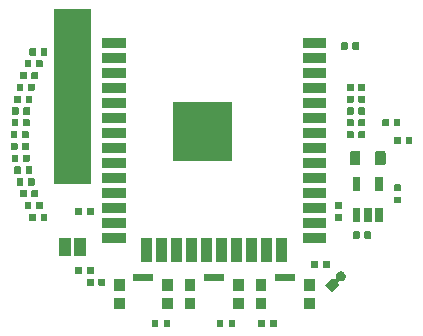
<source format=gbr>
%TF.GenerationSoftware,KiCad,Pcbnew,(6.0.0-rc1-dev-1546-g786ee0e)*%
%TF.CreationDate,2021-05-18T14:47:41-07:00*%
%TF.ProjectId,MainBoard,4d61696e-426f-4617-9264-2e6b69636164,rev?*%
%TF.SameCoordinates,Original*%
%TF.FileFunction,Soldermask,Top*%
%TF.FilePolarity,Negative*%
%FSLAX46Y46*%
G04 Gerber Fmt 4.6, Leading zero omitted, Abs format (unit mm)*
G04 Created by KiCad (PCBNEW (6.0.0-rc1-dev-1546-g786ee0e)) date Tue 18 May 2021 02:47:41 PM PDT*
%MOMM*%
%LPD*%
G04 APERTURE LIST*
%ADD10C,0.100000*%
G04 APERTURE END LIST*
D10*
G36*
X138721523Y-54181986D02*
G01*
X138735015Y-54186079D01*
X138747444Y-54192722D01*
X138758338Y-54201662D01*
X138767278Y-54212556D01*
X138773921Y-54224985D01*
X138778014Y-54238477D01*
X138780000Y-54258641D01*
X138780000Y-54741359D01*
X138778014Y-54761523D01*
X138773921Y-54775015D01*
X138767278Y-54787444D01*
X138758338Y-54798338D01*
X138747444Y-54807278D01*
X138735015Y-54813921D01*
X138721523Y-54818014D01*
X138701359Y-54820000D01*
X138318641Y-54820000D01*
X138298477Y-54818014D01*
X138284985Y-54813921D01*
X138272556Y-54807278D01*
X138261662Y-54798338D01*
X138252722Y-54787444D01*
X138246079Y-54775015D01*
X138241986Y-54761523D01*
X138240000Y-54741359D01*
X138240000Y-54258641D01*
X138241986Y-54238477D01*
X138246079Y-54224985D01*
X138252722Y-54212556D01*
X138261662Y-54201662D01*
X138272556Y-54192722D01*
X138284985Y-54186079D01*
X138298477Y-54181986D01*
X138318641Y-54180000D01*
X138701359Y-54180000D01*
X138721523Y-54181986D01*
X138721523Y-54181986D01*
G37*
G36*
X135221523Y-54181986D02*
G01*
X135235015Y-54186079D01*
X135247444Y-54192722D01*
X135258338Y-54201662D01*
X135267278Y-54212556D01*
X135273921Y-54224985D01*
X135278014Y-54238477D01*
X135280000Y-54258641D01*
X135280000Y-54741359D01*
X135278014Y-54761523D01*
X135273921Y-54775015D01*
X135267278Y-54787444D01*
X135258338Y-54798338D01*
X135247444Y-54807278D01*
X135235015Y-54813921D01*
X135221523Y-54818014D01*
X135201359Y-54820000D01*
X134818641Y-54820000D01*
X134798477Y-54818014D01*
X134784985Y-54813921D01*
X134772556Y-54807278D01*
X134761662Y-54798338D01*
X134752722Y-54787444D01*
X134746079Y-54775015D01*
X134741986Y-54761523D01*
X134740000Y-54741359D01*
X134740000Y-54258641D01*
X134741986Y-54238477D01*
X134746079Y-54224985D01*
X134752722Y-54212556D01*
X134761662Y-54201662D01*
X134772556Y-54192722D01*
X134784985Y-54186079D01*
X134798477Y-54181986D01*
X134818641Y-54180000D01*
X135201359Y-54180000D01*
X135221523Y-54181986D01*
X135221523Y-54181986D01*
G37*
G36*
X134201523Y-54181986D02*
G01*
X134215015Y-54186079D01*
X134227444Y-54192722D01*
X134238338Y-54201662D01*
X134247278Y-54212556D01*
X134253921Y-54224985D01*
X134258014Y-54238477D01*
X134260000Y-54258641D01*
X134260000Y-54741359D01*
X134258014Y-54761523D01*
X134253921Y-54775015D01*
X134247278Y-54787444D01*
X134238338Y-54798338D01*
X134227444Y-54807278D01*
X134215015Y-54813921D01*
X134201523Y-54818014D01*
X134181359Y-54820000D01*
X133798641Y-54820000D01*
X133778477Y-54818014D01*
X133764985Y-54813921D01*
X133752556Y-54807278D01*
X133741662Y-54798338D01*
X133732722Y-54787444D01*
X133726079Y-54775015D01*
X133721986Y-54761523D01*
X133720000Y-54741359D01*
X133720000Y-54258641D01*
X133721986Y-54238477D01*
X133726079Y-54224985D01*
X133732722Y-54212556D01*
X133741662Y-54201662D01*
X133752556Y-54192722D01*
X133764985Y-54186079D01*
X133778477Y-54181986D01*
X133798641Y-54180000D01*
X134181359Y-54180000D01*
X134201523Y-54181986D01*
X134201523Y-54181986D01*
G37*
G36*
X129721523Y-54181986D02*
G01*
X129735015Y-54186079D01*
X129747444Y-54192722D01*
X129758338Y-54201662D01*
X129767278Y-54212556D01*
X129773921Y-54224985D01*
X129778014Y-54238477D01*
X129780000Y-54258641D01*
X129780000Y-54741359D01*
X129778014Y-54761523D01*
X129773921Y-54775015D01*
X129767278Y-54787444D01*
X129758338Y-54798338D01*
X129747444Y-54807278D01*
X129735015Y-54813921D01*
X129721523Y-54818014D01*
X129701359Y-54820000D01*
X129318641Y-54820000D01*
X129298477Y-54818014D01*
X129284985Y-54813921D01*
X129272556Y-54807278D01*
X129261662Y-54798338D01*
X129252722Y-54787444D01*
X129246079Y-54775015D01*
X129241986Y-54761523D01*
X129240000Y-54741359D01*
X129240000Y-54258641D01*
X129241986Y-54238477D01*
X129246079Y-54224985D01*
X129252722Y-54212556D01*
X129261662Y-54201662D01*
X129272556Y-54192722D01*
X129284985Y-54186079D01*
X129298477Y-54181986D01*
X129318641Y-54180000D01*
X129701359Y-54180000D01*
X129721523Y-54181986D01*
X129721523Y-54181986D01*
G37*
G36*
X137701523Y-54181986D02*
G01*
X137715015Y-54186079D01*
X137727444Y-54192722D01*
X137738338Y-54201662D01*
X137747278Y-54212556D01*
X137753921Y-54224985D01*
X137758014Y-54238477D01*
X137760000Y-54258641D01*
X137760000Y-54741359D01*
X137758014Y-54761523D01*
X137753921Y-54775015D01*
X137747278Y-54787444D01*
X137738338Y-54798338D01*
X137727444Y-54807278D01*
X137715015Y-54813921D01*
X137701523Y-54818014D01*
X137681359Y-54820000D01*
X137298641Y-54820000D01*
X137278477Y-54818014D01*
X137264985Y-54813921D01*
X137252556Y-54807278D01*
X137241662Y-54798338D01*
X137232722Y-54787444D01*
X137226079Y-54775015D01*
X137221986Y-54761523D01*
X137220000Y-54741359D01*
X137220000Y-54258641D01*
X137221986Y-54238477D01*
X137226079Y-54224985D01*
X137232722Y-54212556D01*
X137241662Y-54201662D01*
X137252556Y-54192722D01*
X137264985Y-54186079D01*
X137278477Y-54181986D01*
X137298641Y-54180000D01*
X137681359Y-54180000D01*
X137701523Y-54181986D01*
X137701523Y-54181986D01*
G37*
G36*
X128701523Y-54181986D02*
G01*
X128715015Y-54186079D01*
X128727444Y-54192722D01*
X128738338Y-54201662D01*
X128747278Y-54212556D01*
X128753921Y-54224985D01*
X128758014Y-54238477D01*
X128760000Y-54258641D01*
X128760000Y-54741359D01*
X128758014Y-54761523D01*
X128753921Y-54775015D01*
X128747278Y-54787444D01*
X128738338Y-54798338D01*
X128727444Y-54807278D01*
X128715015Y-54813921D01*
X128701523Y-54818014D01*
X128681359Y-54820000D01*
X128298641Y-54820000D01*
X128278477Y-54818014D01*
X128264985Y-54813921D01*
X128252556Y-54807278D01*
X128241662Y-54798338D01*
X128232722Y-54787444D01*
X128226079Y-54775015D01*
X128221986Y-54761523D01*
X128220000Y-54741359D01*
X128220000Y-54258641D01*
X128221986Y-54238477D01*
X128226079Y-54224985D01*
X128232722Y-54212556D01*
X128241662Y-54201662D01*
X128252556Y-54192722D01*
X128264985Y-54186079D01*
X128278477Y-54181986D01*
X128298641Y-54180000D01*
X128681359Y-54180000D01*
X128701523Y-54181986D01*
X128701523Y-54181986D01*
G37*
G36*
X137900000Y-53300000D02*
G01*
X137000000Y-53300000D01*
X137000000Y-52300000D01*
X137900000Y-52300000D01*
X137900000Y-53300000D01*
X137900000Y-53300000D01*
G37*
G36*
X142000000Y-53300000D02*
G01*
X141100000Y-53300000D01*
X141100000Y-52300000D01*
X142000000Y-52300000D01*
X142000000Y-53300000D01*
X142000000Y-53300000D01*
G37*
G36*
X125900000Y-53300000D02*
G01*
X125000000Y-53300000D01*
X125000000Y-52300000D01*
X125900000Y-52300000D01*
X125900000Y-53300000D01*
X125900000Y-53300000D01*
G37*
G36*
X130000000Y-53300000D02*
G01*
X129100000Y-53300000D01*
X129100000Y-52300000D01*
X130000000Y-52300000D01*
X130000000Y-53300000D01*
X130000000Y-53300000D01*
G37*
G36*
X131900000Y-53300000D02*
G01*
X131000000Y-53300000D01*
X131000000Y-52300000D01*
X131900000Y-52300000D01*
X131900000Y-53300000D01*
X131900000Y-53300000D01*
G37*
G36*
X136000000Y-53300000D02*
G01*
X135100000Y-53300000D01*
X135100000Y-52300000D01*
X136000000Y-52300000D01*
X136000000Y-53300000D01*
X136000000Y-53300000D01*
G37*
G36*
X144290423Y-50081149D02*
G01*
X144370534Y-50105451D01*
X144444364Y-50144914D01*
X144444365Y-50144915D01*
X144444367Y-50144916D01*
X144493209Y-50185000D01*
X144509081Y-50198026D01*
X144562193Y-50262743D01*
X144601656Y-50336573D01*
X144625958Y-50416684D01*
X144634163Y-50500000D01*
X144625958Y-50583316D01*
X144601656Y-50663427D01*
X144562193Y-50737257D01*
X144562191Y-50737260D01*
X144509081Y-50801974D01*
X144444367Y-50855084D01*
X144444365Y-50855085D01*
X144444364Y-50855086D01*
X144370534Y-50894549D01*
X144290423Y-50918851D01*
X144227985Y-50925000D01*
X144186229Y-50925000D01*
X144126475Y-50919115D01*
X144101970Y-50919115D01*
X144077937Y-50923896D01*
X144055298Y-50933273D01*
X144034923Y-50946887D01*
X144017596Y-50964214D01*
X144003983Y-50984589D01*
X143994605Y-51007228D01*
X143989825Y-51031261D01*
X143989825Y-51055766D01*
X143994606Y-51079799D01*
X144003983Y-51102438D01*
X144025835Y-51131901D01*
X144101041Y-51207107D01*
X143500000Y-51808148D01*
X142898959Y-51207107D01*
X143500000Y-50606066D01*
X143575206Y-50681272D01*
X143594148Y-50696818D01*
X143615759Y-50708369D01*
X143639208Y-50715482D01*
X143663594Y-50717884D01*
X143687980Y-50715482D01*
X143711429Y-50708369D01*
X143733040Y-50696818D01*
X143751982Y-50681272D01*
X143767528Y-50662330D01*
X143779079Y-50640719D01*
X143786192Y-50617270D01*
X143787992Y-50580632D01*
X143780051Y-50500000D01*
X143788256Y-50416684D01*
X143812558Y-50336573D01*
X143852021Y-50262743D01*
X143905133Y-50198026D01*
X143921005Y-50185000D01*
X143969847Y-50144916D01*
X143969849Y-50144915D01*
X143969850Y-50144914D01*
X144043680Y-50105451D01*
X144123791Y-50081149D01*
X144186229Y-50075000D01*
X144227985Y-50075000D01*
X144290423Y-50081149D01*
X144290423Y-50081149D01*
G37*
G36*
X142000000Y-51700000D02*
G01*
X141100000Y-51700000D01*
X141100000Y-50700000D01*
X142000000Y-50700000D01*
X142000000Y-51700000D01*
X142000000Y-51700000D01*
G37*
G36*
X131900000Y-51700000D02*
G01*
X131000000Y-51700000D01*
X131000000Y-50700000D01*
X131900000Y-50700000D01*
X131900000Y-51700000D01*
X131900000Y-51700000D01*
G37*
G36*
X136000000Y-51700000D02*
G01*
X135100000Y-51700000D01*
X135100000Y-50700000D01*
X136000000Y-50700000D01*
X136000000Y-51700000D01*
X136000000Y-51700000D01*
G37*
G36*
X125900000Y-51700000D02*
G01*
X125000000Y-51700000D01*
X125000000Y-50700000D01*
X125900000Y-50700000D01*
X125900000Y-51700000D01*
X125900000Y-51700000D01*
G37*
G36*
X137900000Y-51700000D02*
G01*
X137000000Y-51700000D01*
X137000000Y-50700000D01*
X137900000Y-50700000D01*
X137900000Y-51700000D01*
X137900000Y-51700000D01*
G37*
G36*
X130000000Y-51700000D02*
G01*
X129100000Y-51700000D01*
X129100000Y-50700000D01*
X130000000Y-50700000D01*
X130000000Y-51700000D01*
X130000000Y-51700000D01*
G37*
G36*
X123241463Y-50682226D02*
G01*
X123257298Y-50687030D01*
X123271886Y-50694827D01*
X123284676Y-50705324D01*
X123295173Y-50718114D01*
X123302970Y-50732702D01*
X123307774Y-50748537D01*
X123310000Y-50771140D01*
X123310000Y-51228860D01*
X123307774Y-51251463D01*
X123302970Y-51267298D01*
X123295173Y-51281886D01*
X123284676Y-51294676D01*
X123271886Y-51305173D01*
X123257298Y-51312970D01*
X123241463Y-51317774D01*
X123218860Y-51320000D01*
X122811140Y-51320000D01*
X122788537Y-51317774D01*
X122772702Y-51312970D01*
X122758114Y-51305173D01*
X122745324Y-51294676D01*
X122734827Y-51281886D01*
X122727030Y-51267298D01*
X122722226Y-51251463D01*
X122720000Y-51228860D01*
X122720000Y-50771140D01*
X122722226Y-50748537D01*
X122727030Y-50732702D01*
X122734827Y-50718114D01*
X122745324Y-50705324D01*
X122758114Y-50694827D01*
X122772702Y-50687030D01*
X122788537Y-50682226D01*
X122811140Y-50680000D01*
X123218860Y-50680000D01*
X123241463Y-50682226D01*
X123241463Y-50682226D01*
G37*
G36*
X124211463Y-50682226D02*
G01*
X124227298Y-50687030D01*
X124241886Y-50694827D01*
X124254676Y-50705324D01*
X124265173Y-50718114D01*
X124272970Y-50732702D01*
X124277774Y-50748537D01*
X124280000Y-50771140D01*
X124280000Y-51228860D01*
X124277774Y-51251463D01*
X124272970Y-51267298D01*
X124265173Y-51281886D01*
X124254676Y-51294676D01*
X124241886Y-51305173D01*
X124227298Y-51312970D01*
X124211463Y-51317774D01*
X124188860Y-51320000D01*
X123781140Y-51320000D01*
X123758537Y-51317774D01*
X123742702Y-51312970D01*
X123728114Y-51305173D01*
X123715324Y-51294676D01*
X123704827Y-51281886D01*
X123697030Y-51267298D01*
X123692226Y-51251463D01*
X123690000Y-51228860D01*
X123690000Y-50771140D01*
X123692226Y-50748537D01*
X123697030Y-50732702D01*
X123704827Y-50718114D01*
X123715324Y-50705324D01*
X123728114Y-50694827D01*
X123742702Y-50687030D01*
X123758537Y-50682226D01*
X123781140Y-50680000D01*
X124188860Y-50680000D01*
X124211463Y-50682226D01*
X124211463Y-50682226D01*
G37*
G36*
X140350000Y-50850000D02*
G01*
X138650000Y-50850000D01*
X138650000Y-50300000D01*
X140350000Y-50300000D01*
X140350000Y-50850000D01*
X140350000Y-50850000D01*
G37*
G36*
X134350000Y-50850000D02*
G01*
X132650000Y-50850000D01*
X132650000Y-50300000D01*
X134350000Y-50300000D01*
X134350000Y-50850000D01*
X134350000Y-50850000D01*
G37*
G36*
X128350000Y-50850000D02*
G01*
X126650000Y-50850000D01*
X126650000Y-50300000D01*
X128350000Y-50300000D01*
X128350000Y-50850000D01*
X128350000Y-50850000D01*
G37*
G36*
X123221523Y-49681986D02*
G01*
X123235015Y-49686079D01*
X123247444Y-49692722D01*
X123258338Y-49701662D01*
X123267278Y-49712556D01*
X123273921Y-49724985D01*
X123278014Y-49738477D01*
X123280000Y-49758641D01*
X123280000Y-50241359D01*
X123278014Y-50261523D01*
X123273921Y-50275015D01*
X123267278Y-50287444D01*
X123258338Y-50298338D01*
X123247444Y-50307278D01*
X123235015Y-50313921D01*
X123221523Y-50318014D01*
X123201359Y-50320000D01*
X122818641Y-50320000D01*
X122798477Y-50318014D01*
X122784985Y-50313921D01*
X122772556Y-50307278D01*
X122761662Y-50298338D01*
X122752722Y-50287444D01*
X122746079Y-50275015D01*
X122741986Y-50261523D01*
X122740000Y-50241359D01*
X122740000Y-49758641D01*
X122741986Y-49738477D01*
X122746079Y-49724985D01*
X122752722Y-49712556D01*
X122761662Y-49701662D01*
X122772556Y-49692722D01*
X122784985Y-49686079D01*
X122798477Y-49681986D01*
X122818641Y-49680000D01*
X123201359Y-49680000D01*
X123221523Y-49681986D01*
X123221523Y-49681986D01*
G37*
G36*
X122201523Y-49681986D02*
G01*
X122215015Y-49686079D01*
X122227444Y-49692722D01*
X122238338Y-49701662D01*
X122247278Y-49712556D01*
X122253921Y-49724985D01*
X122258014Y-49738477D01*
X122260000Y-49758641D01*
X122260000Y-50241359D01*
X122258014Y-50261523D01*
X122253921Y-50275015D01*
X122247278Y-50287444D01*
X122238338Y-50298338D01*
X122227444Y-50307278D01*
X122215015Y-50313921D01*
X122201523Y-50318014D01*
X122181359Y-50320000D01*
X121798641Y-50320000D01*
X121778477Y-50318014D01*
X121764985Y-50313921D01*
X121752556Y-50307278D01*
X121741662Y-50298338D01*
X121732722Y-50287444D01*
X121726079Y-50275015D01*
X121721986Y-50261523D01*
X121720000Y-50241359D01*
X121720000Y-49758641D01*
X121721986Y-49738477D01*
X121726079Y-49724985D01*
X121732722Y-49712556D01*
X121741662Y-49701662D01*
X121752556Y-49692722D01*
X121764985Y-49686079D01*
X121778477Y-49681986D01*
X121798641Y-49680000D01*
X122181359Y-49680000D01*
X122201523Y-49681986D01*
X122201523Y-49681986D01*
G37*
G36*
X142201523Y-49181986D02*
G01*
X142215015Y-49186079D01*
X142227444Y-49192722D01*
X142238338Y-49201662D01*
X142247278Y-49212556D01*
X142253921Y-49224985D01*
X142258014Y-49238477D01*
X142260000Y-49258641D01*
X142260000Y-49741359D01*
X142258014Y-49761523D01*
X142253921Y-49775015D01*
X142247278Y-49787444D01*
X142238338Y-49798338D01*
X142227444Y-49807278D01*
X142215015Y-49813921D01*
X142201523Y-49818014D01*
X142181359Y-49820000D01*
X141798641Y-49820000D01*
X141778477Y-49818014D01*
X141764985Y-49813921D01*
X141752556Y-49807278D01*
X141741662Y-49798338D01*
X141732722Y-49787444D01*
X141726079Y-49775015D01*
X141721986Y-49761523D01*
X141720000Y-49741359D01*
X141720000Y-49258641D01*
X141721986Y-49238477D01*
X141726079Y-49224985D01*
X141732722Y-49212556D01*
X141741662Y-49201662D01*
X141752556Y-49192722D01*
X141764985Y-49186079D01*
X141778477Y-49181986D01*
X141798641Y-49180000D01*
X142181359Y-49180000D01*
X142201523Y-49181986D01*
X142201523Y-49181986D01*
G37*
G36*
X143221523Y-49181986D02*
G01*
X143235015Y-49186079D01*
X143247444Y-49192722D01*
X143258338Y-49201662D01*
X143267278Y-49212556D01*
X143273921Y-49224985D01*
X143278014Y-49238477D01*
X143280000Y-49258641D01*
X143280000Y-49741359D01*
X143278014Y-49761523D01*
X143273921Y-49775015D01*
X143267278Y-49787444D01*
X143258338Y-49798338D01*
X143247444Y-49807278D01*
X143235015Y-49813921D01*
X143221523Y-49818014D01*
X143201359Y-49820000D01*
X142818641Y-49820000D01*
X142798477Y-49818014D01*
X142784985Y-49813921D01*
X142772556Y-49807278D01*
X142761662Y-49798338D01*
X142752722Y-49787444D01*
X142746079Y-49775015D01*
X142741986Y-49761523D01*
X142740000Y-49741359D01*
X142740000Y-49258641D01*
X142741986Y-49238477D01*
X142746079Y-49224985D01*
X142752722Y-49212556D01*
X142761662Y-49201662D01*
X142772556Y-49192722D01*
X142784985Y-49186079D01*
X142798477Y-49181986D01*
X142818641Y-49180000D01*
X143201359Y-49180000D01*
X143221523Y-49181986D01*
X143221523Y-49181986D01*
G37*
G36*
X138395000Y-49255000D02*
G01*
X137495000Y-49255000D01*
X137495000Y-47255000D01*
X138395000Y-47255000D01*
X138395000Y-49255000D01*
X138395000Y-49255000D01*
G37*
G36*
X137125000Y-49255000D02*
G01*
X136225000Y-49255000D01*
X136225000Y-47255000D01*
X137125000Y-47255000D01*
X137125000Y-49255000D01*
X137125000Y-49255000D01*
G37*
G36*
X135855000Y-49255000D02*
G01*
X134955000Y-49255000D01*
X134955000Y-47255000D01*
X135855000Y-47255000D01*
X135855000Y-49255000D01*
X135855000Y-49255000D01*
G37*
G36*
X134585000Y-49255000D02*
G01*
X133685000Y-49255000D01*
X133685000Y-47255000D01*
X134585000Y-47255000D01*
X134585000Y-49255000D01*
X134585000Y-49255000D01*
G37*
G36*
X133315000Y-49255000D02*
G01*
X132415000Y-49255000D01*
X132415000Y-47255000D01*
X133315000Y-47255000D01*
X133315000Y-49255000D01*
X133315000Y-49255000D01*
G37*
G36*
X130775000Y-49255000D02*
G01*
X129875000Y-49255000D01*
X129875000Y-47255000D01*
X130775000Y-47255000D01*
X130775000Y-49255000D01*
X130775000Y-49255000D01*
G37*
G36*
X132045000Y-49255000D02*
G01*
X131145000Y-49255000D01*
X131145000Y-47255000D01*
X132045000Y-47255000D01*
X132045000Y-49255000D01*
X132045000Y-49255000D01*
G37*
G36*
X139665000Y-49255000D02*
G01*
X138765000Y-49255000D01*
X138765000Y-47255000D01*
X139665000Y-47255000D01*
X139665000Y-49255000D01*
X139665000Y-49255000D01*
G37*
G36*
X128235000Y-49255000D02*
G01*
X127335000Y-49255000D01*
X127335000Y-47255000D01*
X128235000Y-47255000D01*
X128235000Y-49255000D01*
X128235000Y-49255000D01*
G37*
G36*
X129505000Y-49255000D02*
G01*
X128605000Y-49255000D01*
X128605000Y-47255000D01*
X129505000Y-47255000D01*
X129505000Y-49255000D01*
X129505000Y-49255000D01*
G37*
G36*
X122650000Y-48750000D02*
G01*
X121650000Y-48750000D01*
X121650000Y-47250000D01*
X122650000Y-47250000D01*
X122650000Y-48750000D01*
X122650000Y-48750000D01*
G37*
G36*
X121350000Y-48750000D02*
G01*
X120350000Y-48750000D01*
X120350000Y-47250000D01*
X121350000Y-47250000D01*
X121350000Y-48750000D01*
X121350000Y-48750000D01*
G37*
G36*
X143000000Y-47705000D02*
G01*
X141000000Y-47705000D01*
X141000000Y-46805000D01*
X143000000Y-46805000D01*
X143000000Y-47705000D01*
X143000000Y-47705000D01*
G37*
G36*
X126000000Y-47705000D02*
G01*
X124000000Y-47705000D01*
X124000000Y-46805000D01*
X126000000Y-46805000D01*
X126000000Y-47705000D01*
X126000000Y-47705000D01*
G37*
G36*
X146697500Y-46692082D02*
G01*
X146711930Y-46696459D01*
X146725221Y-46703563D01*
X146736873Y-46713127D01*
X146746437Y-46724779D01*
X146753541Y-46738070D01*
X146757918Y-46752500D01*
X146760000Y-46773640D01*
X146760000Y-47226360D01*
X146757918Y-47247500D01*
X146753541Y-47261930D01*
X146746437Y-47275221D01*
X146736873Y-47286873D01*
X146725221Y-47296437D01*
X146711930Y-47303541D01*
X146697500Y-47307918D01*
X146676360Y-47310000D01*
X146283640Y-47310000D01*
X146262500Y-47307918D01*
X146248070Y-47303541D01*
X146234779Y-47296437D01*
X146223127Y-47286873D01*
X146213563Y-47275221D01*
X146206459Y-47261930D01*
X146202082Y-47247500D01*
X146200000Y-47226360D01*
X146200000Y-46773640D01*
X146202082Y-46752500D01*
X146206459Y-46738070D01*
X146213563Y-46724779D01*
X146223127Y-46713127D01*
X146234779Y-46703563D01*
X146248070Y-46696459D01*
X146262500Y-46692082D01*
X146283640Y-46690000D01*
X146676360Y-46690000D01*
X146697500Y-46692082D01*
X146697500Y-46692082D01*
G37*
G36*
X145737500Y-46692082D02*
G01*
X145751930Y-46696459D01*
X145765221Y-46703563D01*
X145776873Y-46713127D01*
X145786437Y-46724779D01*
X145793541Y-46738070D01*
X145797918Y-46752500D01*
X145800000Y-46773640D01*
X145800000Y-47226360D01*
X145797918Y-47247500D01*
X145793541Y-47261930D01*
X145786437Y-47275221D01*
X145776873Y-47286873D01*
X145765221Y-47296437D01*
X145751930Y-47303541D01*
X145737500Y-47307918D01*
X145716360Y-47310000D01*
X145323640Y-47310000D01*
X145302500Y-47307918D01*
X145288070Y-47303541D01*
X145274779Y-47296437D01*
X145263127Y-47286873D01*
X145253563Y-47275221D01*
X145246459Y-47261930D01*
X145242082Y-47247500D01*
X145240000Y-47226360D01*
X145240000Y-46773640D01*
X145242082Y-46752500D01*
X145246459Y-46738070D01*
X145253563Y-46724779D01*
X145263127Y-46713127D01*
X145274779Y-46703563D01*
X145288070Y-46696459D01*
X145302500Y-46692082D01*
X145323640Y-46690000D01*
X145716360Y-46690000D01*
X145737500Y-46692082D01*
X145737500Y-46692082D01*
G37*
G36*
X143000000Y-46435000D02*
G01*
X141000000Y-46435000D01*
X141000000Y-45535000D01*
X143000000Y-45535000D01*
X143000000Y-46435000D01*
X143000000Y-46435000D01*
G37*
G36*
X126000000Y-46435000D02*
G01*
X124000000Y-46435000D01*
X124000000Y-45535000D01*
X126000000Y-45535000D01*
X126000000Y-46435000D01*
X126000000Y-46435000D01*
G37*
G36*
X145875000Y-45920000D02*
G01*
X145225000Y-45920000D01*
X145225000Y-44700000D01*
X145875000Y-44700000D01*
X145875000Y-45920000D01*
X145875000Y-45920000D01*
G37*
G36*
X146825000Y-45920000D02*
G01*
X146175000Y-45920000D01*
X146175000Y-44700000D01*
X146825000Y-44700000D01*
X146825000Y-45920000D01*
X146825000Y-45920000D01*
G37*
G36*
X147775000Y-45920000D02*
G01*
X147125000Y-45920000D01*
X147125000Y-44700000D01*
X147775000Y-44700000D01*
X147775000Y-45920000D01*
X147775000Y-45920000D01*
G37*
G36*
X119297500Y-45192082D02*
G01*
X119311930Y-45196459D01*
X119325221Y-45203563D01*
X119336873Y-45213127D01*
X119346437Y-45224779D01*
X119353541Y-45238070D01*
X119357918Y-45252500D01*
X119360000Y-45273640D01*
X119360000Y-45726360D01*
X119357918Y-45747500D01*
X119353541Y-45761930D01*
X119346437Y-45775221D01*
X119336873Y-45786873D01*
X119325221Y-45796437D01*
X119311930Y-45803541D01*
X119297500Y-45807918D01*
X119276360Y-45810000D01*
X118883640Y-45810000D01*
X118862500Y-45807918D01*
X118848070Y-45803541D01*
X118834779Y-45796437D01*
X118823127Y-45786873D01*
X118813563Y-45775221D01*
X118806459Y-45761930D01*
X118802082Y-45747500D01*
X118800000Y-45726360D01*
X118800000Y-45273640D01*
X118802082Y-45252500D01*
X118806459Y-45238070D01*
X118813563Y-45224779D01*
X118823127Y-45213127D01*
X118834779Y-45203563D01*
X118848070Y-45196459D01*
X118862500Y-45192082D01*
X118883640Y-45190000D01*
X119276360Y-45190000D01*
X119297500Y-45192082D01*
X119297500Y-45192082D01*
G37*
G36*
X118337500Y-45192082D02*
G01*
X118351930Y-45196459D01*
X118365221Y-45203563D01*
X118376873Y-45213127D01*
X118386437Y-45224779D01*
X118393541Y-45238070D01*
X118397918Y-45252500D01*
X118400000Y-45273640D01*
X118400000Y-45726360D01*
X118397918Y-45747500D01*
X118393541Y-45761930D01*
X118386437Y-45775221D01*
X118376873Y-45786873D01*
X118365221Y-45796437D01*
X118351930Y-45803541D01*
X118337500Y-45807918D01*
X118316360Y-45810000D01*
X117923640Y-45810000D01*
X117902500Y-45807918D01*
X117888070Y-45803541D01*
X117874779Y-45796437D01*
X117863127Y-45786873D01*
X117853563Y-45775221D01*
X117846459Y-45761930D01*
X117842082Y-45747500D01*
X117840000Y-45726360D01*
X117840000Y-45273640D01*
X117842082Y-45252500D01*
X117846459Y-45238070D01*
X117853563Y-45224779D01*
X117863127Y-45213127D01*
X117874779Y-45203563D01*
X117888070Y-45196459D01*
X117902500Y-45192082D01*
X117923640Y-45190000D01*
X118316360Y-45190000D01*
X118337500Y-45192082D01*
X118337500Y-45192082D01*
G37*
G36*
X144261523Y-45251986D02*
G01*
X144275015Y-45256079D01*
X144287444Y-45262722D01*
X144298338Y-45271662D01*
X144307278Y-45282556D01*
X144313921Y-45294985D01*
X144318014Y-45308477D01*
X144320000Y-45328641D01*
X144320000Y-45711359D01*
X144318014Y-45731523D01*
X144313921Y-45745015D01*
X144307278Y-45757444D01*
X144298338Y-45768338D01*
X144287444Y-45777278D01*
X144275015Y-45783921D01*
X144261523Y-45788014D01*
X144241359Y-45790000D01*
X143758641Y-45790000D01*
X143738477Y-45788014D01*
X143724985Y-45783921D01*
X143712556Y-45777278D01*
X143701662Y-45768338D01*
X143692722Y-45757444D01*
X143686079Y-45745015D01*
X143681986Y-45731523D01*
X143680000Y-45711359D01*
X143680000Y-45328641D01*
X143681986Y-45308477D01*
X143686079Y-45294985D01*
X143692722Y-45282556D01*
X143701662Y-45271662D01*
X143712556Y-45262722D01*
X143724985Y-45256079D01*
X143738477Y-45251986D01*
X143758641Y-45250000D01*
X144241359Y-45250000D01*
X144261523Y-45251986D01*
X144261523Y-45251986D01*
G37*
G36*
X122201523Y-44681986D02*
G01*
X122215015Y-44686079D01*
X122227444Y-44692722D01*
X122238338Y-44701662D01*
X122247278Y-44712556D01*
X122253921Y-44724985D01*
X122258014Y-44738477D01*
X122260000Y-44758641D01*
X122260000Y-45241359D01*
X122258014Y-45261523D01*
X122253921Y-45275015D01*
X122247278Y-45287444D01*
X122238338Y-45298338D01*
X122227444Y-45307278D01*
X122215015Y-45313921D01*
X122201523Y-45318014D01*
X122181359Y-45320000D01*
X121798641Y-45320000D01*
X121778477Y-45318014D01*
X121764985Y-45313921D01*
X121752556Y-45307278D01*
X121741662Y-45298338D01*
X121732722Y-45287444D01*
X121726079Y-45275015D01*
X121721986Y-45261523D01*
X121720000Y-45241359D01*
X121720000Y-44758641D01*
X121721986Y-44738477D01*
X121726079Y-44724985D01*
X121732722Y-44712556D01*
X121741662Y-44701662D01*
X121752556Y-44692722D01*
X121764985Y-44686079D01*
X121778477Y-44681986D01*
X121798641Y-44680000D01*
X122181359Y-44680000D01*
X122201523Y-44681986D01*
X122201523Y-44681986D01*
G37*
G36*
X123221523Y-44681986D02*
G01*
X123235015Y-44686079D01*
X123247444Y-44692722D01*
X123258338Y-44701662D01*
X123267278Y-44712556D01*
X123273921Y-44724985D01*
X123278014Y-44738477D01*
X123280000Y-44758641D01*
X123280000Y-45241359D01*
X123278014Y-45261523D01*
X123273921Y-45275015D01*
X123267278Y-45287444D01*
X123258338Y-45298338D01*
X123247444Y-45307278D01*
X123235015Y-45313921D01*
X123221523Y-45318014D01*
X123201359Y-45320000D01*
X122818641Y-45320000D01*
X122798477Y-45318014D01*
X122784985Y-45313921D01*
X122772556Y-45307278D01*
X122761662Y-45298338D01*
X122752722Y-45287444D01*
X122746079Y-45275015D01*
X122741986Y-45261523D01*
X122740000Y-45241359D01*
X122740000Y-44758641D01*
X122741986Y-44738477D01*
X122746079Y-44724985D01*
X122752722Y-44712556D01*
X122761662Y-44701662D01*
X122772556Y-44692722D01*
X122784985Y-44686079D01*
X122798477Y-44681986D01*
X122818641Y-44680000D01*
X123201359Y-44680000D01*
X123221523Y-44681986D01*
X123221523Y-44681986D01*
G37*
G36*
X143000000Y-45165000D02*
G01*
X141000000Y-45165000D01*
X141000000Y-44265000D01*
X143000000Y-44265000D01*
X143000000Y-45165000D01*
X143000000Y-45165000D01*
G37*
G36*
X126000000Y-45165000D02*
G01*
X124000000Y-45165000D01*
X124000000Y-44265000D01*
X126000000Y-44265000D01*
X126000000Y-45165000D01*
X126000000Y-45165000D01*
G37*
G36*
X117957500Y-44192082D02*
G01*
X117971930Y-44196459D01*
X117985221Y-44203563D01*
X117996873Y-44213127D01*
X118006437Y-44224779D01*
X118013541Y-44238070D01*
X118017918Y-44252500D01*
X118020000Y-44273640D01*
X118020000Y-44726360D01*
X118017918Y-44747500D01*
X118013541Y-44761930D01*
X118006437Y-44775221D01*
X117996873Y-44786873D01*
X117985221Y-44796437D01*
X117971930Y-44803541D01*
X117957500Y-44807918D01*
X117936360Y-44810000D01*
X117543640Y-44810000D01*
X117522500Y-44807918D01*
X117508070Y-44803541D01*
X117494779Y-44796437D01*
X117483127Y-44786873D01*
X117473563Y-44775221D01*
X117466459Y-44761930D01*
X117462082Y-44747500D01*
X117460000Y-44726360D01*
X117460000Y-44273640D01*
X117462082Y-44252500D01*
X117466459Y-44238070D01*
X117473563Y-44224779D01*
X117483127Y-44213127D01*
X117494779Y-44203563D01*
X117508070Y-44196459D01*
X117522500Y-44192082D01*
X117543640Y-44190000D01*
X117936360Y-44190000D01*
X117957500Y-44192082D01*
X117957500Y-44192082D01*
G37*
G36*
X118917500Y-44192082D02*
G01*
X118931930Y-44196459D01*
X118945221Y-44203563D01*
X118956873Y-44213127D01*
X118966437Y-44224779D01*
X118973541Y-44238070D01*
X118977918Y-44252500D01*
X118980000Y-44273640D01*
X118980000Y-44726360D01*
X118977918Y-44747500D01*
X118973541Y-44761930D01*
X118966437Y-44775221D01*
X118956873Y-44786873D01*
X118945221Y-44796437D01*
X118931930Y-44803541D01*
X118917500Y-44807918D01*
X118896360Y-44810000D01*
X118503640Y-44810000D01*
X118482500Y-44807918D01*
X118468070Y-44803541D01*
X118454779Y-44796437D01*
X118443127Y-44786873D01*
X118433563Y-44775221D01*
X118426459Y-44761930D01*
X118422082Y-44747500D01*
X118420000Y-44726360D01*
X118420000Y-44273640D01*
X118422082Y-44252500D01*
X118426459Y-44238070D01*
X118433563Y-44224779D01*
X118443127Y-44213127D01*
X118454779Y-44203563D01*
X118468070Y-44196459D01*
X118482500Y-44192082D01*
X118503640Y-44190000D01*
X118896360Y-44190000D01*
X118917500Y-44192082D01*
X118917500Y-44192082D01*
G37*
G36*
X144261523Y-44231986D02*
G01*
X144275015Y-44236079D01*
X144287444Y-44242722D01*
X144298338Y-44251662D01*
X144307278Y-44262556D01*
X144313921Y-44274985D01*
X144318014Y-44288477D01*
X144320000Y-44308641D01*
X144320000Y-44691359D01*
X144318014Y-44711523D01*
X144313921Y-44725015D01*
X144307278Y-44737444D01*
X144298338Y-44748338D01*
X144287444Y-44757278D01*
X144275015Y-44763921D01*
X144261523Y-44768014D01*
X144241359Y-44770000D01*
X143758641Y-44770000D01*
X143738477Y-44768014D01*
X143724985Y-44763921D01*
X143712556Y-44757278D01*
X143701662Y-44748338D01*
X143692722Y-44737444D01*
X143686079Y-44725015D01*
X143681986Y-44711523D01*
X143680000Y-44691359D01*
X143680000Y-44308641D01*
X143681986Y-44288477D01*
X143686079Y-44274985D01*
X143692722Y-44262556D01*
X143701662Y-44251662D01*
X143712556Y-44242722D01*
X143724985Y-44236079D01*
X143738477Y-44231986D01*
X143758641Y-44230000D01*
X144241359Y-44230000D01*
X144261523Y-44231986D01*
X144261523Y-44231986D01*
G37*
G36*
X149261523Y-43741986D02*
G01*
X149275015Y-43746079D01*
X149287444Y-43752722D01*
X149298338Y-43761662D01*
X149307278Y-43772556D01*
X149313921Y-43784985D01*
X149318014Y-43798477D01*
X149320000Y-43818641D01*
X149320000Y-44201359D01*
X149318014Y-44221523D01*
X149313921Y-44235015D01*
X149307278Y-44247444D01*
X149298338Y-44258338D01*
X149287444Y-44267278D01*
X149275015Y-44273921D01*
X149261523Y-44278014D01*
X149241359Y-44280000D01*
X148758641Y-44280000D01*
X148738477Y-44278014D01*
X148724985Y-44273921D01*
X148712556Y-44267278D01*
X148701662Y-44258338D01*
X148692722Y-44247444D01*
X148686079Y-44235015D01*
X148681986Y-44221523D01*
X148680000Y-44201359D01*
X148680000Y-43818641D01*
X148681986Y-43798477D01*
X148686079Y-43784985D01*
X148692722Y-43772556D01*
X148701662Y-43761662D01*
X148712556Y-43752722D01*
X148724985Y-43746079D01*
X148738477Y-43741986D01*
X148758641Y-43740000D01*
X149241359Y-43740000D01*
X149261523Y-43741986D01*
X149261523Y-43741986D01*
G37*
G36*
X126000000Y-43895000D02*
G01*
X124000000Y-43895000D01*
X124000000Y-42995000D01*
X126000000Y-42995000D01*
X126000000Y-43895000D01*
X126000000Y-43895000D01*
G37*
G36*
X143000000Y-43895000D02*
G01*
X141000000Y-43895000D01*
X141000000Y-42995000D01*
X143000000Y-42995000D01*
X143000000Y-43895000D01*
X143000000Y-43895000D01*
G37*
G36*
X118517500Y-43192082D02*
G01*
X118531930Y-43196459D01*
X118545221Y-43203563D01*
X118556873Y-43213127D01*
X118566437Y-43224779D01*
X118573541Y-43238070D01*
X118577918Y-43252500D01*
X118580000Y-43273640D01*
X118580000Y-43726360D01*
X118577918Y-43747500D01*
X118573541Y-43761930D01*
X118566437Y-43775221D01*
X118556873Y-43786873D01*
X118545221Y-43796437D01*
X118531930Y-43803541D01*
X118517500Y-43807918D01*
X118496360Y-43810000D01*
X118103640Y-43810000D01*
X118082500Y-43807918D01*
X118068070Y-43803541D01*
X118054779Y-43796437D01*
X118043127Y-43786873D01*
X118033563Y-43775221D01*
X118026459Y-43761930D01*
X118022082Y-43747500D01*
X118020000Y-43726360D01*
X118020000Y-43273640D01*
X118022082Y-43252500D01*
X118026459Y-43238070D01*
X118033563Y-43224779D01*
X118043127Y-43213127D01*
X118054779Y-43203563D01*
X118068070Y-43196459D01*
X118082500Y-43192082D01*
X118103640Y-43190000D01*
X118496360Y-43190000D01*
X118517500Y-43192082D01*
X118517500Y-43192082D01*
G37*
G36*
X117557500Y-43192082D02*
G01*
X117571930Y-43196459D01*
X117585221Y-43203563D01*
X117596873Y-43213127D01*
X117606437Y-43224779D01*
X117613541Y-43238070D01*
X117617918Y-43252500D01*
X117620000Y-43273640D01*
X117620000Y-43726360D01*
X117617918Y-43747500D01*
X117613541Y-43761930D01*
X117606437Y-43775221D01*
X117596873Y-43786873D01*
X117585221Y-43796437D01*
X117571930Y-43803541D01*
X117557500Y-43807918D01*
X117536360Y-43810000D01*
X117143640Y-43810000D01*
X117122500Y-43807918D01*
X117108070Y-43803541D01*
X117094779Y-43796437D01*
X117083127Y-43786873D01*
X117073563Y-43775221D01*
X117066459Y-43761930D01*
X117062082Y-43747500D01*
X117060000Y-43726360D01*
X117060000Y-43273640D01*
X117062082Y-43252500D01*
X117066459Y-43238070D01*
X117073563Y-43224779D01*
X117083127Y-43213127D01*
X117094779Y-43203563D01*
X117108070Y-43196459D01*
X117122500Y-43192082D01*
X117143640Y-43190000D01*
X117536360Y-43190000D01*
X117557500Y-43192082D01*
X117557500Y-43192082D01*
G37*
G36*
X145875000Y-43300000D02*
G01*
X145225000Y-43300000D01*
X145225000Y-42080000D01*
X145875000Y-42080000D01*
X145875000Y-43300000D01*
X145875000Y-43300000D01*
G37*
G36*
X147775000Y-43300000D02*
G01*
X147125000Y-43300000D01*
X147125000Y-42080000D01*
X147775000Y-42080000D01*
X147775000Y-43300000D01*
X147775000Y-43300000D01*
G37*
G36*
X149261523Y-42721986D02*
G01*
X149275015Y-42726079D01*
X149287444Y-42732722D01*
X149298338Y-42741662D01*
X149307278Y-42752556D01*
X149313921Y-42764985D01*
X149318014Y-42778477D01*
X149320000Y-42798641D01*
X149320000Y-43181359D01*
X149318014Y-43201523D01*
X149313921Y-43215015D01*
X149307278Y-43227444D01*
X149298338Y-43238338D01*
X149287444Y-43247278D01*
X149275015Y-43253921D01*
X149261523Y-43258014D01*
X149241359Y-43260000D01*
X148758641Y-43260000D01*
X148738477Y-43258014D01*
X148724985Y-43253921D01*
X148712556Y-43247278D01*
X148701662Y-43238338D01*
X148692722Y-43227444D01*
X148686079Y-43215015D01*
X148681986Y-43201523D01*
X148680000Y-43181359D01*
X148680000Y-42798641D01*
X148681986Y-42778477D01*
X148686079Y-42764985D01*
X148692722Y-42752556D01*
X148701662Y-42741662D01*
X148712556Y-42732722D01*
X148724985Y-42726079D01*
X148738477Y-42721986D01*
X148758641Y-42720000D01*
X149241359Y-42720000D01*
X149261523Y-42721986D01*
X149261523Y-42721986D01*
G37*
G36*
X118217500Y-42192082D02*
G01*
X118231930Y-42196459D01*
X118245221Y-42203563D01*
X118256873Y-42213127D01*
X118266437Y-42224779D01*
X118273541Y-42238070D01*
X118277918Y-42252500D01*
X118280000Y-42273640D01*
X118280000Y-42726360D01*
X118277918Y-42747500D01*
X118273541Y-42761930D01*
X118266437Y-42775221D01*
X118256873Y-42786873D01*
X118245221Y-42796437D01*
X118231930Y-42803541D01*
X118217500Y-42807918D01*
X118196360Y-42810000D01*
X117803640Y-42810000D01*
X117782500Y-42807918D01*
X117768070Y-42803541D01*
X117754779Y-42796437D01*
X117743127Y-42786873D01*
X117733563Y-42775221D01*
X117726459Y-42761930D01*
X117722082Y-42747500D01*
X117720000Y-42726360D01*
X117720000Y-42273640D01*
X117722082Y-42252500D01*
X117726459Y-42238070D01*
X117733563Y-42224779D01*
X117743127Y-42213127D01*
X117754779Y-42203563D01*
X117768070Y-42196459D01*
X117782500Y-42192082D01*
X117803640Y-42190000D01*
X118196360Y-42190000D01*
X118217500Y-42192082D01*
X118217500Y-42192082D01*
G37*
G36*
X117257500Y-42192082D02*
G01*
X117271930Y-42196459D01*
X117285221Y-42203563D01*
X117296873Y-42213127D01*
X117306437Y-42224779D01*
X117313541Y-42238070D01*
X117317918Y-42252500D01*
X117320000Y-42273640D01*
X117320000Y-42726360D01*
X117317918Y-42747500D01*
X117313541Y-42761930D01*
X117306437Y-42775221D01*
X117296873Y-42786873D01*
X117285221Y-42796437D01*
X117271930Y-42803541D01*
X117257500Y-42807918D01*
X117236360Y-42810000D01*
X116843640Y-42810000D01*
X116822500Y-42807918D01*
X116808070Y-42803541D01*
X116794779Y-42796437D01*
X116783127Y-42786873D01*
X116773563Y-42775221D01*
X116766459Y-42761930D01*
X116762082Y-42747500D01*
X116760000Y-42726360D01*
X116760000Y-42273640D01*
X116762082Y-42252500D01*
X116766459Y-42238070D01*
X116773563Y-42224779D01*
X116783127Y-42213127D01*
X116794779Y-42203563D01*
X116808070Y-42196459D01*
X116822500Y-42192082D01*
X116843640Y-42190000D01*
X117236360Y-42190000D01*
X117257500Y-42192082D01*
X117257500Y-42192082D01*
G37*
G36*
X123075000Y-42675000D02*
G01*
X119925000Y-42675000D01*
X119925000Y-27825000D01*
X123075000Y-27825000D01*
X123075000Y-42675000D01*
X123075000Y-42675000D01*
G37*
G36*
X143000000Y-42625000D02*
G01*
X141000000Y-42625000D01*
X141000000Y-41725000D01*
X143000000Y-41725000D01*
X143000000Y-42625000D01*
X143000000Y-42625000D01*
G37*
G36*
X126000000Y-42625000D02*
G01*
X124000000Y-42625000D01*
X124000000Y-41725000D01*
X126000000Y-41725000D01*
X126000000Y-42625000D01*
X126000000Y-42625000D01*
G37*
G36*
X117057500Y-41192082D02*
G01*
X117071930Y-41196459D01*
X117085221Y-41203563D01*
X117096873Y-41213127D01*
X117106437Y-41224779D01*
X117113541Y-41238070D01*
X117117918Y-41252500D01*
X117120000Y-41273640D01*
X117120000Y-41726360D01*
X117117918Y-41747500D01*
X117113541Y-41761930D01*
X117106437Y-41775221D01*
X117096873Y-41786873D01*
X117085221Y-41796437D01*
X117071930Y-41803541D01*
X117057500Y-41807918D01*
X117036360Y-41810000D01*
X116643640Y-41810000D01*
X116622500Y-41807918D01*
X116608070Y-41803541D01*
X116594779Y-41796437D01*
X116583127Y-41786873D01*
X116573563Y-41775221D01*
X116566459Y-41761930D01*
X116562082Y-41747500D01*
X116560000Y-41726360D01*
X116560000Y-41273640D01*
X116562082Y-41252500D01*
X116566459Y-41238070D01*
X116573563Y-41224779D01*
X116583127Y-41213127D01*
X116594779Y-41203563D01*
X116608070Y-41196459D01*
X116622500Y-41192082D01*
X116643640Y-41190000D01*
X117036360Y-41190000D01*
X117057500Y-41192082D01*
X117057500Y-41192082D01*
G37*
G36*
X118017500Y-41192082D02*
G01*
X118031930Y-41196459D01*
X118045221Y-41203563D01*
X118056873Y-41213127D01*
X118066437Y-41224779D01*
X118073541Y-41238070D01*
X118077918Y-41252500D01*
X118080000Y-41273640D01*
X118080000Y-41726360D01*
X118077918Y-41747500D01*
X118073541Y-41761930D01*
X118066437Y-41775221D01*
X118056873Y-41786873D01*
X118045221Y-41796437D01*
X118031930Y-41803541D01*
X118017500Y-41807918D01*
X117996360Y-41810000D01*
X117603640Y-41810000D01*
X117582500Y-41807918D01*
X117568070Y-41803541D01*
X117554779Y-41796437D01*
X117543127Y-41786873D01*
X117533563Y-41775221D01*
X117526459Y-41761930D01*
X117522082Y-41747500D01*
X117520000Y-41726360D01*
X117520000Y-41273640D01*
X117522082Y-41252500D01*
X117526459Y-41238070D01*
X117533563Y-41224779D01*
X117543127Y-41213127D01*
X117554779Y-41203563D01*
X117568070Y-41196459D01*
X117582500Y-41192082D01*
X117603640Y-41190000D01*
X117996360Y-41190000D01*
X118017500Y-41192082D01*
X118017500Y-41192082D01*
G37*
G36*
X143000000Y-41355000D02*
G01*
X141000000Y-41355000D01*
X141000000Y-40455000D01*
X143000000Y-40455000D01*
X143000000Y-41355000D01*
X143000000Y-41355000D01*
G37*
G36*
X126000000Y-41355000D02*
G01*
X124000000Y-41355000D01*
X124000000Y-40455000D01*
X126000000Y-40455000D01*
X126000000Y-41355000D01*
X126000000Y-41355000D01*
G37*
G36*
X145749116Y-39903595D02*
G01*
X145778313Y-39912452D01*
X145805218Y-39926833D01*
X145828808Y-39946192D01*
X145848167Y-39969782D01*
X145862548Y-39996687D01*
X145871405Y-40025884D01*
X145875000Y-40062390D01*
X145875000Y-40937610D01*
X145871405Y-40974116D01*
X145862548Y-41003313D01*
X145848167Y-41030218D01*
X145828808Y-41053808D01*
X145805218Y-41073167D01*
X145778313Y-41087548D01*
X145749116Y-41096405D01*
X145712610Y-41100000D01*
X145162390Y-41100000D01*
X145125884Y-41096405D01*
X145096687Y-41087548D01*
X145069782Y-41073167D01*
X145046192Y-41053808D01*
X145026833Y-41030218D01*
X145012452Y-41003313D01*
X145003595Y-40974116D01*
X145000000Y-40937610D01*
X145000000Y-40062390D01*
X145003595Y-40025884D01*
X145012452Y-39996687D01*
X145026833Y-39969782D01*
X145046192Y-39946192D01*
X145069782Y-39926833D01*
X145096687Y-39912452D01*
X145125884Y-39903595D01*
X145162390Y-39900000D01*
X145712610Y-39900000D01*
X145749116Y-39903595D01*
X145749116Y-39903595D01*
G37*
G36*
X147874116Y-39903595D02*
G01*
X147903313Y-39912452D01*
X147930218Y-39926833D01*
X147953808Y-39946192D01*
X147973167Y-39969782D01*
X147987548Y-39996687D01*
X147996405Y-40025884D01*
X148000000Y-40062390D01*
X148000000Y-40937610D01*
X147996405Y-40974116D01*
X147987548Y-41003313D01*
X147973167Y-41030218D01*
X147953808Y-41053808D01*
X147930218Y-41073167D01*
X147903313Y-41087548D01*
X147874116Y-41096405D01*
X147837610Y-41100000D01*
X147287390Y-41100000D01*
X147250884Y-41096405D01*
X147221687Y-41087548D01*
X147194782Y-41073167D01*
X147171192Y-41053808D01*
X147151833Y-41030218D01*
X147137452Y-41003313D01*
X147128595Y-40974116D01*
X147125000Y-40937610D01*
X147125000Y-40062390D01*
X147128595Y-40025884D01*
X147137452Y-39996687D01*
X147151833Y-39969782D01*
X147171192Y-39946192D01*
X147194782Y-39926833D01*
X147221687Y-39912452D01*
X147250884Y-39903595D01*
X147287390Y-39900000D01*
X147837610Y-39900000D01*
X147874116Y-39903595D01*
X147874116Y-39903595D01*
G37*
G36*
X116837500Y-40192082D02*
G01*
X116851930Y-40196459D01*
X116865221Y-40203563D01*
X116876873Y-40213127D01*
X116886437Y-40224779D01*
X116893541Y-40238070D01*
X116897918Y-40252500D01*
X116900000Y-40273640D01*
X116900000Y-40726360D01*
X116897918Y-40747500D01*
X116893541Y-40761930D01*
X116886437Y-40775221D01*
X116876873Y-40786873D01*
X116865221Y-40796437D01*
X116851930Y-40803541D01*
X116837500Y-40807918D01*
X116816360Y-40810000D01*
X116423640Y-40810000D01*
X116402500Y-40807918D01*
X116388070Y-40803541D01*
X116374779Y-40796437D01*
X116363127Y-40786873D01*
X116353563Y-40775221D01*
X116346459Y-40761930D01*
X116342082Y-40747500D01*
X116340000Y-40726360D01*
X116340000Y-40273640D01*
X116342082Y-40252500D01*
X116346459Y-40238070D01*
X116353563Y-40224779D01*
X116363127Y-40213127D01*
X116374779Y-40203563D01*
X116388070Y-40196459D01*
X116402500Y-40192082D01*
X116423640Y-40190000D01*
X116816360Y-40190000D01*
X116837500Y-40192082D01*
X116837500Y-40192082D01*
G37*
G36*
X117797500Y-40192082D02*
G01*
X117811930Y-40196459D01*
X117825221Y-40203563D01*
X117836873Y-40213127D01*
X117846437Y-40224779D01*
X117853541Y-40238070D01*
X117857918Y-40252500D01*
X117860000Y-40273640D01*
X117860000Y-40726360D01*
X117857918Y-40747500D01*
X117853541Y-40761930D01*
X117846437Y-40775221D01*
X117836873Y-40786873D01*
X117825221Y-40796437D01*
X117811930Y-40803541D01*
X117797500Y-40807918D01*
X117776360Y-40810000D01*
X117383640Y-40810000D01*
X117362500Y-40807918D01*
X117348070Y-40803541D01*
X117334779Y-40796437D01*
X117323127Y-40786873D01*
X117313563Y-40775221D01*
X117306459Y-40761930D01*
X117302082Y-40747500D01*
X117300000Y-40726360D01*
X117300000Y-40273640D01*
X117302082Y-40252500D01*
X117306459Y-40238070D01*
X117313563Y-40224779D01*
X117323127Y-40213127D01*
X117334779Y-40203563D01*
X117348070Y-40196459D01*
X117362500Y-40192082D01*
X117383640Y-40190000D01*
X117776360Y-40190000D01*
X117797500Y-40192082D01*
X117797500Y-40192082D01*
G37*
G36*
X135000000Y-40745000D02*
G01*
X130000000Y-40745000D01*
X130000000Y-35745000D01*
X135000000Y-35745000D01*
X135000000Y-40745000D01*
X135000000Y-40745000D01*
G37*
G36*
X143000000Y-40085000D02*
G01*
X141000000Y-40085000D01*
X141000000Y-39185000D01*
X143000000Y-39185000D01*
X143000000Y-40085000D01*
X143000000Y-40085000D01*
G37*
G36*
X126000000Y-40085000D02*
G01*
X124000000Y-40085000D01*
X124000000Y-39185000D01*
X126000000Y-39185000D01*
X126000000Y-40085000D01*
X126000000Y-40085000D01*
G37*
G36*
X116777500Y-39192082D02*
G01*
X116791930Y-39196459D01*
X116805221Y-39203563D01*
X116816873Y-39213127D01*
X116826437Y-39224779D01*
X116833541Y-39238070D01*
X116837918Y-39252500D01*
X116840000Y-39273640D01*
X116840000Y-39726360D01*
X116837918Y-39747500D01*
X116833541Y-39761930D01*
X116826437Y-39775221D01*
X116816873Y-39786873D01*
X116805221Y-39796437D01*
X116791930Y-39803541D01*
X116777500Y-39807918D01*
X116756360Y-39810000D01*
X116363640Y-39810000D01*
X116342500Y-39807918D01*
X116328070Y-39803541D01*
X116314779Y-39796437D01*
X116303127Y-39786873D01*
X116293563Y-39775221D01*
X116286459Y-39761930D01*
X116282082Y-39747500D01*
X116280000Y-39726360D01*
X116280000Y-39273640D01*
X116282082Y-39252500D01*
X116286459Y-39238070D01*
X116293563Y-39224779D01*
X116303127Y-39213127D01*
X116314779Y-39203563D01*
X116328070Y-39196459D01*
X116342500Y-39192082D01*
X116363640Y-39190000D01*
X116756360Y-39190000D01*
X116777500Y-39192082D01*
X116777500Y-39192082D01*
G37*
G36*
X117737500Y-39192082D02*
G01*
X117751930Y-39196459D01*
X117765221Y-39203563D01*
X117776873Y-39213127D01*
X117786437Y-39224779D01*
X117793541Y-39238070D01*
X117797918Y-39252500D01*
X117800000Y-39273640D01*
X117800000Y-39726360D01*
X117797918Y-39747500D01*
X117793541Y-39761930D01*
X117786437Y-39775221D01*
X117776873Y-39786873D01*
X117765221Y-39796437D01*
X117751930Y-39803541D01*
X117737500Y-39807918D01*
X117716360Y-39810000D01*
X117323640Y-39810000D01*
X117302500Y-39807918D01*
X117288070Y-39803541D01*
X117274779Y-39796437D01*
X117263127Y-39786873D01*
X117253563Y-39775221D01*
X117246459Y-39761930D01*
X117242082Y-39747500D01*
X117240000Y-39726360D01*
X117240000Y-39273640D01*
X117242082Y-39252500D01*
X117246459Y-39238070D01*
X117253563Y-39224779D01*
X117263127Y-39213127D01*
X117274779Y-39203563D01*
X117288070Y-39196459D01*
X117302500Y-39192082D01*
X117323640Y-39190000D01*
X117716360Y-39190000D01*
X117737500Y-39192082D01*
X117737500Y-39192082D01*
G37*
G36*
X149237500Y-38692082D02*
G01*
X149251930Y-38696459D01*
X149265221Y-38703563D01*
X149276873Y-38713127D01*
X149286437Y-38724779D01*
X149293541Y-38738070D01*
X149297918Y-38752500D01*
X149300000Y-38773640D01*
X149300000Y-39226360D01*
X149297918Y-39247500D01*
X149293541Y-39261930D01*
X149286437Y-39275221D01*
X149276873Y-39286873D01*
X149265221Y-39296437D01*
X149251930Y-39303541D01*
X149237500Y-39307918D01*
X149216360Y-39310000D01*
X148823640Y-39310000D01*
X148802500Y-39307918D01*
X148788070Y-39303541D01*
X148774779Y-39296437D01*
X148763127Y-39286873D01*
X148753563Y-39275221D01*
X148746459Y-39261930D01*
X148742082Y-39247500D01*
X148740000Y-39226360D01*
X148740000Y-38773640D01*
X148742082Y-38752500D01*
X148746459Y-38738070D01*
X148753563Y-38724779D01*
X148763127Y-38713127D01*
X148774779Y-38703563D01*
X148788070Y-38696459D01*
X148802500Y-38692082D01*
X148823640Y-38690000D01*
X149216360Y-38690000D01*
X149237500Y-38692082D01*
X149237500Y-38692082D01*
G37*
G36*
X150197500Y-38692082D02*
G01*
X150211930Y-38696459D01*
X150225221Y-38703563D01*
X150236873Y-38713127D01*
X150246437Y-38724779D01*
X150253541Y-38738070D01*
X150257918Y-38752500D01*
X150260000Y-38773640D01*
X150260000Y-39226360D01*
X150257918Y-39247500D01*
X150253541Y-39261930D01*
X150246437Y-39275221D01*
X150236873Y-39286873D01*
X150225221Y-39296437D01*
X150211930Y-39303541D01*
X150197500Y-39307918D01*
X150176360Y-39310000D01*
X149783640Y-39310000D01*
X149762500Y-39307918D01*
X149748070Y-39303541D01*
X149734779Y-39296437D01*
X149723127Y-39286873D01*
X149713563Y-39275221D01*
X149706459Y-39261930D01*
X149702082Y-39247500D01*
X149700000Y-39226360D01*
X149700000Y-38773640D01*
X149702082Y-38752500D01*
X149706459Y-38738070D01*
X149713563Y-38724779D01*
X149723127Y-38713127D01*
X149734779Y-38703563D01*
X149748070Y-38696459D01*
X149762500Y-38692082D01*
X149783640Y-38690000D01*
X150176360Y-38690000D01*
X150197500Y-38692082D01*
X150197500Y-38692082D01*
G37*
G36*
X143000000Y-38815000D02*
G01*
X141000000Y-38815000D01*
X141000000Y-37915000D01*
X143000000Y-37915000D01*
X143000000Y-38815000D01*
X143000000Y-38815000D01*
G37*
G36*
X126000000Y-38815000D02*
G01*
X124000000Y-38815000D01*
X124000000Y-37915000D01*
X126000000Y-37915000D01*
X126000000Y-38815000D01*
X126000000Y-38815000D01*
G37*
G36*
X146197500Y-38192082D02*
G01*
X146211930Y-38196459D01*
X146225221Y-38203563D01*
X146236873Y-38213127D01*
X146246437Y-38224779D01*
X146253541Y-38238070D01*
X146257918Y-38252500D01*
X146260000Y-38273640D01*
X146260000Y-38726360D01*
X146257918Y-38747500D01*
X146253541Y-38761930D01*
X146246437Y-38775221D01*
X146236873Y-38786873D01*
X146225221Y-38796437D01*
X146211930Y-38803541D01*
X146197500Y-38807918D01*
X146176360Y-38810000D01*
X145783640Y-38810000D01*
X145762500Y-38807918D01*
X145748070Y-38803541D01*
X145734779Y-38796437D01*
X145723127Y-38786873D01*
X145713563Y-38775221D01*
X145706459Y-38761930D01*
X145702082Y-38747500D01*
X145700000Y-38726360D01*
X145700000Y-38273640D01*
X145702082Y-38252500D01*
X145706459Y-38238070D01*
X145713563Y-38224779D01*
X145723127Y-38213127D01*
X145734779Y-38203563D01*
X145748070Y-38196459D01*
X145762500Y-38192082D01*
X145783640Y-38190000D01*
X146176360Y-38190000D01*
X146197500Y-38192082D01*
X146197500Y-38192082D01*
G37*
G36*
X145237500Y-38192082D02*
G01*
X145251930Y-38196459D01*
X145265221Y-38203563D01*
X145276873Y-38213127D01*
X145286437Y-38224779D01*
X145293541Y-38238070D01*
X145297918Y-38252500D01*
X145300000Y-38273640D01*
X145300000Y-38726360D01*
X145297918Y-38747500D01*
X145293541Y-38761930D01*
X145286437Y-38775221D01*
X145276873Y-38786873D01*
X145265221Y-38796437D01*
X145251930Y-38803541D01*
X145237500Y-38807918D01*
X145216360Y-38810000D01*
X144823640Y-38810000D01*
X144802500Y-38807918D01*
X144788070Y-38803541D01*
X144774779Y-38796437D01*
X144763127Y-38786873D01*
X144753563Y-38775221D01*
X144746459Y-38761930D01*
X144742082Y-38747500D01*
X144740000Y-38726360D01*
X144740000Y-38273640D01*
X144742082Y-38252500D01*
X144746459Y-38238070D01*
X144753563Y-38224779D01*
X144763127Y-38213127D01*
X144774779Y-38203563D01*
X144788070Y-38196459D01*
X144802500Y-38192082D01*
X144823640Y-38190000D01*
X145216360Y-38190000D01*
X145237500Y-38192082D01*
X145237500Y-38192082D01*
G37*
G36*
X117717500Y-38192082D02*
G01*
X117731930Y-38196459D01*
X117745221Y-38203563D01*
X117756873Y-38213127D01*
X117766437Y-38224779D01*
X117773541Y-38238070D01*
X117777918Y-38252500D01*
X117780000Y-38273640D01*
X117780000Y-38726360D01*
X117777918Y-38747500D01*
X117773541Y-38761930D01*
X117766437Y-38775221D01*
X117756873Y-38786873D01*
X117745221Y-38796437D01*
X117731930Y-38803541D01*
X117717500Y-38807918D01*
X117696360Y-38810000D01*
X117303640Y-38810000D01*
X117282500Y-38807918D01*
X117268070Y-38803541D01*
X117254779Y-38796437D01*
X117243127Y-38786873D01*
X117233563Y-38775221D01*
X117226459Y-38761930D01*
X117222082Y-38747500D01*
X117220000Y-38726360D01*
X117220000Y-38273640D01*
X117222082Y-38252500D01*
X117226459Y-38238070D01*
X117233563Y-38224779D01*
X117243127Y-38213127D01*
X117254779Y-38203563D01*
X117268070Y-38196459D01*
X117282500Y-38192082D01*
X117303640Y-38190000D01*
X117696360Y-38190000D01*
X117717500Y-38192082D01*
X117717500Y-38192082D01*
G37*
G36*
X116757500Y-38192082D02*
G01*
X116771930Y-38196459D01*
X116785221Y-38203563D01*
X116796873Y-38213127D01*
X116806437Y-38224779D01*
X116813541Y-38238070D01*
X116817918Y-38252500D01*
X116820000Y-38273640D01*
X116820000Y-38726360D01*
X116817918Y-38747500D01*
X116813541Y-38761930D01*
X116806437Y-38775221D01*
X116796873Y-38786873D01*
X116785221Y-38796437D01*
X116771930Y-38803541D01*
X116757500Y-38807918D01*
X116736360Y-38810000D01*
X116343640Y-38810000D01*
X116322500Y-38807918D01*
X116308070Y-38803541D01*
X116294779Y-38796437D01*
X116283127Y-38786873D01*
X116273563Y-38775221D01*
X116266459Y-38761930D01*
X116262082Y-38747500D01*
X116260000Y-38726360D01*
X116260000Y-38273640D01*
X116262082Y-38252500D01*
X116266459Y-38238070D01*
X116273563Y-38224779D01*
X116283127Y-38213127D01*
X116294779Y-38203563D01*
X116308070Y-38196459D01*
X116322500Y-38192082D01*
X116343640Y-38190000D01*
X116736360Y-38190000D01*
X116757500Y-38192082D01*
X116757500Y-38192082D01*
G37*
G36*
X148237500Y-37192082D02*
G01*
X148251930Y-37196459D01*
X148265221Y-37203563D01*
X148276873Y-37213127D01*
X148286437Y-37224779D01*
X148293541Y-37238070D01*
X148297918Y-37252500D01*
X148300000Y-37273640D01*
X148300000Y-37726360D01*
X148297918Y-37747500D01*
X148293541Y-37761930D01*
X148286437Y-37775221D01*
X148276873Y-37786873D01*
X148265221Y-37796437D01*
X148251930Y-37803541D01*
X148237500Y-37807918D01*
X148216360Y-37810000D01*
X147823640Y-37810000D01*
X147802500Y-37807918D01*
X147788070Y-37803541D01*
X147774779Y-37796437D01*
X147763127Y-37786873D01*
X147753563Y-37775221D01*
X147746459Y-37761930D01*
X147742082Y-37747500D01*
X147740000Y-37726360D01*
X147740000Y-37273640D01*
X147742082Y-37252500D01*
X147746459Y-37238070D01*
X147753563Y-37224779D01*
X147763127Y-37213127D01*
X147774779Y-37203563D01*
X147788070Y-37196459D01*
X147802500Y-37192082D01*
X147823640Y-37190000D01*
X148216360Y-37190000D01*
X148237500Y-37192082D01*
X148237500Y-37192082D01*
G37*
G36*
X116837500Y-37192082D02*
G01*
X116851930Y-37196459D01*
X116865221Y-37203563D01*
X116876873Y-37213127D01*
X116886437Y-37224779D01*
X116893541Y-37238070D01*
X116897918Y-37252500D01*
X116900000Y-37273640D01*
X116900000Y-37726360D01*
X116897918Y-37747500D01*
X116893541Y-37761930D01*
X116886437Y-37775221D01*
X116876873Y-37786873D01*
X116865221Y-37796437D01*
X116851930Y-37803541D01*
X116837500Y-37807918D01*
X116816360Y-37810000D01*
X116423640Y-37810000D01*
X116402500Y-37807918D01*
X116388070Y-37803541D01*
X116374779Y-37796437D01*
X116363127Y-37786873D01*
X116353563Y-37775221D01*
X116346459Y-37761930D01*
X116342082Y-37747500D01*
X116340000Y-37726360D01*
X116340000Y-37273640D01*
X116342082Y-37252500D01*
X116346459Y-37238070D01*
X116353563Y-37224779D01*
X116363127Y-37213127D01*
X116374779Y-37203563D01*
X116388070Y-37196459D01*
X116402500Y-37192082D01*
X116423640Y-37190000D01*
X116816360Y-37190000D01*
X116837500Y-37192082D01*
X116837500Y-37192082D01*
G37*
G36*
X146197500Y-37192082D02*
G01*
X146211930Y-37196459D01*
X146225221Y-37203563D01*
X146236873Y-37213127D01*
X146246437Y-37224779D01*
X146253541Y-37238070D01*
X146257918Y-37252500D01*
X146260000Y-37273640D01*
X146260000Y-37726360D01*
X146257918Y-37747500D01*
X146253541Y-37761930D01*
X146246437Y-37775221D01*
X146236873Y-37786873D01*
X146225221Y-37796437D01*
X146211930Y-37803541D01*
X146197500Y-37807918D01*
X146176360Y-37810000D01*
X145783640Y-37810000D01*
X145762500Y-37807918D01*
X145748070Y-37803541D01*
X145734779Y-37796437D01*
X145723127Y-37786873D01*
X145713563Y-37775221D01*
X145706459Y-37761930D01*
X145702082Y-37747500D01*
X145700000Y-37726360D01*
X145700000Y-37273640D01*
X145702082Y-37252500D01*
X145706459Y-37238070D01*
X145713563Y-37224779D01*
X145723127Y-37213127D01*
X145734779Y-37203563D01*
X145748070Y-37196459D01*
X145762500Y-37192082D01*
X145783640Y-37190000D01*
X146176360Y-37190000D01*
X146197500Y-37192082D01*
X146197500Y-37192082D01*
G37*
G36*
X149197500Y-37192082D02*
G01*
X149211930Y-37196459D01*
X149225221Y-37203563D01*
X149236873Y-37213127D01*
X149246437Y-37224779D01*
X149253541Y-37238070D01*
X149257918Y-37252500D01*
X149260000Y-37273640D01*
X149260000Y-37726360D01*
X149257918Y-37747500D01*
X149253541Y-37761930D01*
X149246437Y-37775221D01*
X149236873Y-37786873D01*
X149225221Y-37796437D01*
X149211930Y-37803541D01*
X149197500Y-37807918D01*
X149176360Y-37810000D01*
X148783640Y-37810000D01*
X148762500Y-37807918D01*
X148748070Y-37803541D01*
X148734779Y-37796437D01*
X148723127Y-37786873D01*
X148713563Y-37775221D01*
X148706459Y-37761930D01*
X148702082Y-37747500D01*
X148700000Y-37726360D01*
X148700000Y-37273640D01*
X148702082Y-37252500D01*
X148706459Y-37238070D01*
X148713563Y-37224779D01*
X148723127Y-37213127D01*
X148734779Y-37203563D01*
X148748070Y-37196459D01*
X148762500Y-37192082D01*
X148783640Y-37190000D01*
X149176360Y-37190000D01*
X149197500Y-37192082D01*
X149197500Y-37192082D01*
G37*
G36*
X117797500Y-37192082D02*
G01*
X117811930Y-37196459D01*
X117825221Y-37203563D01*
X117836873Y-37213127D01*
X117846437Y-37224779D01*
X117853541Y-37238070D01*
X117857918Y-37252500D01*
X117860000Y-37273640D01*
X117860000Y-37726360D01*
X117857918Y-37747500D01*
X117853541Y-37761930D01*
X117846437Y-37775221D01*
X117836873Y-37786873D01*
X117825221Y-37796437D01*
X117811930Y-37803541D01*
X117797500Y-37807918D01*
X117776360Y-37810000D01*
X117383640Y-37810000D01*
X117362500Y-37807918D01*
X117348070Y-37803541D01*
X117334779Y-37796437D01*
X117323127Y-37786873D01*
X117313563Y-37775221D01*
X117306459Y-37761930D01*
X117302082Y-37747500D01*
X117300000Y-37726360D01*
X117300000Y-37273640D01*
X117302082Y-37252500D01*
X117306459Y-37238070D01*
X117313563Y-37224779D01*
X117323127Y-37213127D01*
X117334779Y-37203563D01*
X117348070Y-37196459D01*
X117362500Y-37192082D01*
X117383640Y-37190000D01*
X117776360Y-37190000D01*
X117797500Y-37192082D01*
X117797500Y-37192082D01*
G37*
G36*
X145237500Y-37192082D02*
G01*
X145251930Y-37196459D01*
X145265221Y-37203563D01*
X145276873Y-37213127D01*
X145286437Y-37224779D01*
X145293541Y-37238070D01*
X145297918Y-37252500D01*
X145300000Y-37273640D01*
X145300000Y-37726360D01*
X145297918Y-37747500D01*
X145293541Y-37761930D01*
X145286437Y-37775221D01*
X145276873Y-37786873D01*
X145265221Y-37796437D01*
X145251930Y-37803541D01*
X145237500Y-37807918D01*
X145216360Y-37810000D01*
X144823640Y-37810000D01*
X144802500Y-37807918D01*
X144788070Y-37803541D01*
X144774779Y-37796437D01*
X144763127Y-37786873D01*
X144753563Y-37775221D01*
X144746459Y-37761930D01*
X144742082Y-37747500D01*
X144740000Y-37726360D01*
X144740000Y-37273640D01*
X144742082Y-37252500D01*
X144746459Y-37238070D01*
X144753563Y-37224779D01*
X144763127Y-37213127D01*
X144774779Y-37203563D01*
X144788070Y-37196459D01*
X144802500Y-37192082D01*
X144823640Y-37190000D01*
X145216360Y-37190000D01*
X145237500Y-37192082D01*
X145237500Y-37192082D01*
G37*
G36*
X126000000Y-37545000D02*
G01*
X124000000Y-37545000D01*
X124000000Y-36645000D01*
X126000000Y-36645000D01*
X126000000Y-37545000D01*
X126000000Y-37545000D01*
G37*
G36*
X143000000Y-37545000D02*
G01*
X141000000Y-37545000D01*
X141000000Y-36645000D01*
X143000000Y-36645000D01*
X143000000Y-37545000D01*
X143000000Y-37545000D01*
G37*
G36*
X117831463Y-36182226D02*
G01*
X117847298Y-36187030D01*
X117861886Y-36194827D01*
X117874676Y-36205324D01*
X117885173Y-36218114D01*
X117892970Y-36232702D01*
X117897774Y-36248537D01*
X117900000Y-36271140D01*
X117900000Y-36728860D01*
X117897774Y-36751463D01*
X117892970Y-36767298D01*
X117885173Y-36781886D01*
X117874676Y-36794676D01*
X117861886Y-36805173D01*
X117847298Y-36812970D01*
X117831463Y-36817774D01*
X117808860Y-36820000D01*
X117401140Y-36820000D01*
X117378537Y-36817774D01*
X117362702Y-36812970D01*
X117348114Y-36805173D01*
X117335324Y-36794676D01*
X117324827Y-36781886D01*
X117317030Y-36767298D01*
X117312226Y-36751463D01*
X117310000Y-36728860D01*
X117310000Y-36271140D01*
X117312226Y-36248537D01*
X117317030Y-36232702D01*
X117324827Y-36218114D01*
X117335324Y-36205324D01*
X117348114Y-36194827D01*
X117362702Y-36187030D01*
X117378537Y-36182226D01*
X117401140Y-36180000D01*
X117808860Y-36180000D01*
X117831463Y-36182226D01*
X117831463Y-36182226D01*
G37*
G36*
X116861463Y-36182226D02*
G01*
X116877298Y-36187030D01*
X116891886Y-36194827D01*
X116904676Y-36205324D01*
X116915173Y-36218114D01*
X116922970Y-36232702D01*
X116927774Y-36248537D01*
X116930000Y-36271140D01*
X116930000Y-36728860D01*
X116927774Y-36751463D01*
X116922970Y-36767298D01*
X116915173Y-36781886D01*
X116904676Y-36794676D01*
X116891886Y-36805173D01*
X116877298Y-36812970D01*
X116861463Y-36817774D01*
X116838860Y-36820000D01*
X116431140Y-36820000D01*
X116408537Y-36817774D01*
X116392702Y-36812970D01*
X116378114Y-36805173D01*
X116365324Y-36794676D01*
X116354827Y-36781886D01*
X116347030Y-36767298D01*
X116342226Y-36751463D01*
X116340000Y-36728860D01*
X116340000Y-36271140D01*
X116342226Y-36248537D01*
X116347030Y-36232702D01*
X116354827Y-36218114D01*
X116365324Y-36205324D01*
X116378114Y-36194827D01*
X116392702Y-36187030D01*
X116408537Y-36182226D01*
X116431140Y-36180000D01*
X116838860Y-36180000D01*
X116861463Y-36182226D01*
X116861463Y-36182226D01*
G37*
G36*
X146197500Y-36192082D02*
G01*
X146211930Y-36196459D01*
X146225221Y-36203563D01*
X146236873Y-36213127D01*
X146246437Y-36224779D01*
X146253541Y-36238070D01*
X146257918Y-36252500D01*
X146260000Y-36273640D01*
X146260000Y-36726360D01*
X146257918Y-36747500D01*
X146253541Y-36761930D01*
X146246437Y-36775221D01*
X146236873Y-36786873D01*
X146225221Y-36796437D01*
X146211930Y-36803541D01*
X146197500Y-36807918D01*
X146176360Y-36810000D01*
X145783640Y-36810000D01*
X145762500Y-36807918D01*
X145748070Y-36803541D01*
X145734779Y-36796437D01*
X145723127Y-36786873D01*
X145713563Y-36775221D01*
X145706459Y-36761930D01*
X145702082Y-36747500D01*
X145700000Y-36726360D01*
X145700000Y-36273640D01*
X145702082Y-36252500D01*
X145706459Y-36238070D01*
X145713563Y-36224779D01*
X145723127Y-36213127D01*
X145734779Y-36203563D01*
X145748070Y-36196459D01*
X145762500Y-36192082D01*
X145783640Y-36190000D01*
X146176360Y-36190000D01*
X146197500Y-36192082D01*
X146197500Y-36192082D01*
G37*
G36*
X145237500Y-36192082D02*
G01*
X145251930Y-36196459D01*
X145265221Y-36203563D01*
X145276873Y-36213127D01*
X145286437Y-36224779D01*
X145293541Y-36238070D01*
X145297918Y-36252500D01*
X145300000Y-36273640D01*
X145300000Y-36726360D01*
X145297918Y-36747500D01*
X145293541Y-36761930D01*
X145286437Y-36775221D01*
X145276873Y-36786873D01*
X145265221Y-36796437D01*
X145251930Y-36803541D01*
X145237500Y-36807918D01*
X145216360Y-36810000D01*
X144823640Y-36810000D01*
X144802500Y-36807918D01*
X144788070Y-36803541D01*
X144774779Y-36796437D01*
X144763127Y-36786873D01*
X144753563Y-36775221D01*
X144746459Y-36761930D01*
X144742082Y-36747500D01*
X144740000Y-36726360D01*
X144740000Y-36273640D01*
X144742082Y-36252500D01*
X144746459Y-36238070D01*
X144753563Y-36224779D01*
X144763127Y-36213127D01*
X144774779Y-36203563D01*
X144788070Y-36196459D01*
X144802500Y-36192082D01*
X144823640Y-36190000D01*
X145216360Y-36190000D01*
X145237500Y-36192082D01*
X145237500Y-36192082D01*
G37*
G36*
X126000000Y-36275000D02*
G01*
X124000000Y-36275000D01*
X124000000Y-35375000D01*
X126000000Y-35375000D01*
X126000000Y-36275000D01*
X126000000Y-36275000D01*
G37*
G36*
X143000000Y-36275000D02*
G01*
X141000000Y-36275000D01*
X141000000Y-35375000D01*
X143000000Y-35375000D01*
X143000000Y-36275000D01*
X143000000Y-36275000D01*
G37*
G36*
X118017500Y-35192082D02*
G01*
X118031930Y-35196459D01*
X118045221Y-35203563D01*
X118056873Y-35213127D01*
X118066437Y-35224779D01*
X118073541Y-35238070D01*
X118077918Y-35252500D01*
X118080000Y-35273640D01*
X118080000Y-35726360D01*
X118077918Y-35747500D01*
X118073541Y-35761930D01*
X118066437Y-35775221D01*
X118056873Y-35786873D01*
X118045221Y-35796437D01*
X118031930Y-35803541D01*
X118017500Y-35807918D01*
X117996360Y-35810000D01*
X117603640Y-35810000D01*
X117582500Y-35807918D01*
X117568070Y-35803541D01*
X117554779Y-35796437D01*
X117543127Y-35786873D01*
X117533563Y-35775221D01*
X117526459Y-35761930D01*
X117522082Y-35747500D01*
X117520000Y-35726360D01*
X117520000Y-35273640D01*
X117522082Y-35252500D01*
X117526459Y-35238070D01*
X117533563Y-35224779D01*
X117543127Y-35213127D01*
X117554779Y-35203563D01*
X117568070Y-35196459D01*
X117582500Y-35192082D01*
X117603640Y-35190000D01*
X117996360Y-35190000D01*
X118017500Y-35192082D01*
X118017500Y-35192082D01*
G37*
G36*
X146197500Y-35192082D02*
G01*
X146211930Y-35196459D01*
X146225221Y-35203563D01*
X146236873Y-35213127D01*
X146246437Y-35224779D01*
X146253541Y-35238070D01*
X146257918Y-35252500D01*
X146260000Y-35273640D01*
X146260000Y-35726360D01*
X146257918Y-35747500D01*
X146253541Y-35761930D01*
X146246437Y-35775221D01*
X146236873Y-35786873D01*
X146225221Y-35796437D01*
X146211930Y-35803541D01*
X146197500Y-35807918D01*
X146176360Y-35810000D01*
X145783640Y-35810000D01*
X145762500Y-35807918D01*
X145748070Y-35803541D01*
X145734779Y-35796437D01*
X145723127Y-35786873D01*
X145713563Y-35775221D01*
X145706459Y-35761930D01*
X145702082Y-35747500D01*
X145700000Y-35726360D01*
X145700000Y-35273640D01*
X145702082Y-35252500D01*
X145706459Y-35238070D01*
X145713563Y-35224779D01*
X145723127Y-35213127D01*
X145734779Y-35203563D01*
X145748070Y-35196459D01*
X145762500Y-35192082D01*
X145783640Y-35190000D01*
X146176360Y-35190000D01*
X146197500Y-35192082D01*
X146197500Y-35192082D01*
G37*
G36*
X145237500Y-35192082D02*
G01*
X145251930Y-35196459D01*
X145265221Y-35203563D01*
X145276873Y-35213127D01*
X145286437Y-35224779D01*
X145293541Y-35238070D01*
X145297918Y-35252500D01*
X145300000Y-35273640D01*
X145300000Y-35726360D01*
X145297918Y-35747500D01*
X145293541Y-35761930D01*
X145286437Y-35775221D01*
X145276873Y-35786873D01*
X145265221Y-35796437D01*
X145251930Y-35803541D01*
X145237500Y-35807918D01*
X145216360Y-35810000D01*
X144823640Y-35810000D01*
X144802500Y-35807918D01*
X144788070Y-35803541D01*
X144774779Y-35796437D01*
X144763127Y-35786873D01*
X144753563Y-35775221D01*
X144746459Y-35761930D01*
X144742082Y-35747500D01*
X144740000Y-35726360D01*
X144740000Y-35273640D01*
X144742082Y-35252500D01*
X144746459Y-35238070D01*
X144753563Y-35224779D01*
X144763127Y-35213127D01*
X144774779Y-35203563D01*
X144788070Y-35196459D01*
X144802500Y-35192082D01*
X144823640Y-35190000D01*
X145216360Y-35190000D01*
X145237500Y-35192082D01*
X145237500Y-35192082D01*
G37*
G36*
X117057500Y-35192082D02*
G01*
X117071930Y-35196459D01*
X117085221Y-35203563D01*
X117096873Y-35213127D01*
X117106437Y-35224779D01*
X117113541Y-35238070D01*
X117117918Y-35252500D01*
X117120000Y-35273640D01*
X117120000Y-35726360D01*
X117117918Y-35747500D01*
X117113541Y-35761930D01*
X117106437Y-35775221D01*
X117096873Y-35786873D01*
X117085221Y-35796437D01*
X117071930Y-35803541D01*
X117057500Y-35807918D01*
X117036360Y-35810000D01*
X116643640Y-35810000D01*
X116622500Y-35807918D01*
X116608070Y-35803541D01*
X116594779Y-35796437D01*
X116583127Y-35786873D01*
X116573563Y-35775221D01*
X116566459Y-35761930D01*
X116562082Y-35747500D01*
X116560000Y-35726360D01*
X116560000Y-35273640D01*
X116562082Y-35252500D01*
X116566459Y-35238070D01*
X116573563Y-35224779D01*
X116583127Y-35213127D01*
X116594779Y-35203563D01*
X116608070Y-35196459D01*
X116622500Y-35192082D01*
X116643640Y-35190000D01*
X117036360Y-35190000D01*
X117057500Y-35192082D01*
X117057500Y-35192082D01*
G37*
G36*
X143000000Y-35005000D02*
G01*
X141000000Y-35005000D01*
X141000000Y-34105000D01*
X143000000Y-34105000D01*
X143000000Y-35005000D01*
X143000000Y-35005000D01*
G37*
G36*
X126000000Y-35005000D02*
G01*
X124000000Y-35005000D01*
X124000000Y-34105000D01*
X126000000Y-34105000D01*
X126000000Y-35005000D01*
X126000000Y-35005000D01*
G37*
G36*
X117257500Y-34192082D02*
G01*
X117271930Y-34196459D01*
X117285221Y-34203563D01*
X117296873Y-34213127D01*
X117306437Y-34224779D01*
X117313541Y-34238070D01*
X117317918Y-34252500D01*
X117320000Y-34273640D01*
X117320000Y-34726360D01*
X117317918Y-34747500D01*
X117313541Y-34761930D01*
X117306437Y-34775221D01*
X117296873Y-34786873D01*
X117285221Y-34796437D01*
X117271930Y-34803541D01*
X117257500Y-34807918D01*
X117236360Y-34810000D01*
X116843640Y-34810000D01*
X116822500Y-34807918D01*
X116808070Y-34803541D01*
X116794779Y-34796437D01*
X116783127Y-34786873D01*
X116773563Y-34775221D01*
X116766459Y-34761930D01*
X116762082Y-34747500D01*
X116760000Y-34726360D01*
X116760000Y-34273640D01*
X116762082Y-34252500D01*
X116766459Y-34238070D01*
X116773563Y-34224779D01*
X116783127Y-34213127D01*
X116794779Y-34203563D01*
X116808070Y-34196459D01*
X116822500Y-34192082D01*
X116843640Y-34190000D01*
X117236360Y-34190000D01*
X117257500Y-34192082D01*
X117257500Y-34192082D01*
G37*
G36*
X146197500Y-34192082D02*
G01*
X146211930Y-34196459D01*
X146225221Y-34203563D01*
X146236873Y-34213127D01*
X146246437Y-34224779D01*
X146253541Y-34238070D01*
X146257918Y-34252500D01*
X146260000Y-34273640D01*
X146260000Y-34726360D01*
X146257918Y-34747500D01*
X146253541Y-34761930D01*
X146246437Y-34775221D01*
X146236873Y-34786873D01*
X146225221Y-34796437D01*
X146211930Y-34803541D01*
X146197500Y-34807918D01*
X146176360Y-34810000D01*
X145783640Y-34810000D01*
X145762500Y-34807918D01*
X145748070Y-34803541D01*
X145734779Y-34796437D01*
X145723127Y-34786873D01*
X145713563Y-34775221D01*
X145706459Y-34761930D01*
X145702082Y-34747500D01*
X145700000Y-34726360D01*
X145700000Y-34273640D01*
X145702082Y-34252500D01*
X145706459Y-34238070D01*
X145713563Y-34224779D01*
X145723127Y-34213127D01*
X145734779Y-34203563D01*
X145748070Y-34196459D01*
X145762500Y-34192082D01*
X145783640Y-34190000D01*
X146176360Y-34190000D01*
X146197500Y-34192082D01*
X146197500Y-34192082D01*
G37*
G36*
X145237500Y-34192082D02*
G01*
X145251930Y-34196459D01*
X145265221Y-34203563D01*
X145276873Y-34213127D01*
X145286437Y-34224779D01*
X145293541Y-34238070D01*
X145297918Y-34252500D01*
X145300000Y-34273640D01*
X145300000Y-34726360D01*
X145297918Y-34747500D01*
X145293541Y-34761930D01*
X145286437Y-34775221D01*
X145276873Y-34786873D01*
X145265221Y-34796437D01*
X145251930Y-34803541D01*
X145237500Y-34807918D01*
X145216360Y-34810000D01*
X144823640Y-34810000D01*
X144802500Y-34807918D01*
X144788070Y-34803541D01*
X144774779Y-34796437D01*
X144763127Y-34786873D01*
X144753563Y-34775221D01*
X144746459Y-34761930D01*
X144742082Y-34747500D01*
X144740000Y-34726360D01*
X144740000Y-34273640D01*
X144742082Y-34252500D01*
X144746459Y-34238070D01*
X144753563Y-34224779D01*
X144763127Y-34213127D01*
X144774779Y-34203563D01*
X144788070Y-34196459D01*
X144802500Y-34192082D01*
X144823640Y-34190000D01*
X145216360Y-34190000D01*
X145237500Y-34192082D01*
X145237500Y-34192082D01*
G37*
G36*
X118217500Y-34192082D02*
G01*
X118231930Y-34196459D01*
X118245221Y-34203563D01*
X118256873Y-34213127D01*
X118266437Y-34224779D01*
X118273541Y-34238070D01*
X118277918Y-34252500D01*
X118280000Y-34273640D01*
X118280000Y-34726360D01*
X118277918Y-34747500D01*
X118273541Y-34761930D01*
X118266437Y-34775221D01*
X118256873Y-34786873D01*
X118245221Y-34796437D01*
X118231930Y-34803541D01*
X118217500Y-34807918D01*
X118196360Y-34810000D01*
X117803640Y-34810000D01*
X117782500Y-34807918D01*
X117768070Y-34803541D01*
X117754779Y-34796437D01*
X117743127Y-34786873D01*
X117733563Y-34775221D01*
X117726459Y-34761930D01*
X117722082Y-34747500D01*
X117720000Y-34726360D01*
X117720000Y-34273640D01*
X117722082Y-34252500D01*
X117726459Y-34238070D01*
X117733563Y-34224779D01*
X117743127Y-34213127D01*
X117754779Y-34203563D01*
X117768070Y-34196459D01*
X117782500Y-34192082D01*
X117803640Y-34190000D01*
X118196360Y-34190000D01*
X118217500Y-34192082D01*
X118217500Y-34192082D01*
G37*
G36*
X118517500Y-33192082D02*
G01*
X118531930Y-33196459D01*
X118545221Y-33203563D01*
X118556873Y-33213127D01*
X118566437Y-33224779D01*
X118573541Y-33238070D01*
X118577918Y-33252500D01*
X118580000Y-33273640D01*
X118580000Y-33726360D01*
X118577918Y-33747500D01*
X118573541Y-33761930D01*
X118566437Y-33775221D01*
X118556873Y-33786873D01*
X118545221Y-33796437D01*
X118531930Y-33803541D01*
X118517500Y-33807918D01*
X118496360Y-33810000D01*
X118103640Y-33810000D01*
X118082500Y-33807918D01*
X118068070Y-33803541D01*
X118054779Y-33796437D01*
X118043127Y-33786873D01*
X118033563Y-33775221D01*
X118026459Y-33761930D01*
X118022082Y-33747500D01*
X118020000Y-33726360D01*
X118020000Y-33273640D01*
X118022082Y-33252500D01*
X118026459Y-33238070D01*
X118033563Y-33224779D01*
X118043127Y-33213127D01*
X118054779Y-33203563D01*
X118068070Y-33196459D01*
X118082500Y-33192082D01*
X118103640Y-33190000D01*
X118496360Y-33190000D01*
X118517500Y-33192082D01*
X118517500Y-33192082D01*
G37*
G36*
X117557500Y-33192082D02*
G01*
X117571930Y-33196459D01*
X117585221Y-33203563D01*
X117596873Y-33213127D01*
X117606437Y-33224779D01*
X117613541Y-33238070D01*
X117617918Y-33252500D01*
X117620000Y-33273640D01*
X117620000Y-33726360D01*
X117617918Y-33747500D01*
X117613541Y-33761930D01*
X117606437Y-33775221D01*
X117596873Y-33786873D01*
X117585221Y-33796437D01*
X117571930Y-33803541D01*
X117557500Y-33807918D01*
X117536360Y-33810000D01*
X117143640Y-33810000D01*
X117122500Y-33807918D01*
X117108070Y-33803541D01*
X117094779Y-33796437D01*
X117083127Y-33786873D01*
X117073563Y-33775221D01*
X117066459Y-33761930D01*
X117062082Y-33747500D01*
X117060000Y-33726360D01*
X117060000Y-33273640D01*
X117062082Y-33252500D01*
X117066459Y-33238070D01*
X117073563Y-33224779D01*
X117083127Y-33213127D01*
X117094779Y-33203563D01*
X117108070Y-33196459D01*
X117122500Y-33192082D01*
X117143640Y-33190000D01*
X117536360Y-33190000D01*
X117557500Y-33192082D01*
X117557500Y-33192082D01*
G37*
G36*
X143000000Y-33735000D02*
G01*
X141000000Y-33735000D01*
X141000000Y-32835000D01*
X143000000Y-32835000D01*
X143000000Y-33735000D01*
X143000000Y-33735000D01*
G37*
G36*
X126000000Y-33735000D02*
G01*
X124000000Y-33735000D01*
X124000000Y-32835000D01*
X126000000Y-32835000D01*
X126000000Y-33735000D01*
X126000000Y-33735000D01*
G37*
G36*
X118897500Y-32192082D02*
G01*
X118911930Y-32196459D01*
X118925221Y-32203563D01*
X118936873Y-32213127D01*
X118946437Y-32224779D01*
X118953541Y-32238070D01*
X118957918Y-32252500D01*
X118960000Y-32273640D01*
X118960000Y-32726360D01*
X118957918Y-32747500D01*
X118953541Y-32761930D01*
X118946437Y-32775221D01*
X118936873Y-32786873D01*
X118925221Y-32796437D01*
X118911930Y-32803541D01*
X118897500Y-32807918D01*
X118876360Y-32810000D01*
X118483640Y-32810000D01*
X118462500Y-32807918D01*
X118448070Y-32803541D01*
X118434779Y-32796437D01*
X118423127Y-32786873D01*
X118413563Y-32775221D01*
X118406459Y-32761930D01*
X118402082Y-32747500D01*
X118400000Y-32726360D01*
X118400000Y-32273640D01*
X118402082Y-32252500D01*
X118406459Y-32238070D01*
X118413563Y-32224779D01*
X118423127Y-32213127D01*
X118434779Y-32203563D01*
X118448070Y-32196459D01*
X118462500Y-32192082D01*
X118483640Y-32190000D01*
X118876360Y-32190000D01*
X118897500Y-32192082D01*
X118897500Y-32192082D01*
G37*
G36*
X117937500Y-32192082D02*
G01*
X117951930Y-32196459D01*
X117965221Y-32203563D01*
X117976873Y-32213127D01*
X117986437Y-32224779D01*
X117993541Y-32238070D01*
X117997918Y-32252500D01*
X118000000Y-32273640D01*
X118000000Y-32726360D01*
X117997918Y-32747500D01*
X117993541Y-32761930D01*
X117986437Y-32775221D01*
X117976873Y-32786873D01*
X117965221Y-32796437D01*
X117951930Y-32803541D01*
X117937500Y-32807918D01*
X117916360Y-32810000D01*
X117523640Y-32810000D01*
X117502500Y-32807918D01*
X117488070Y-32803541D01*
X117474779Y-32796437D01*
X117463127Y-32786873D01*
X117453563Y-32775221D01*
X117446459Y-32761930D01*
X117442082Y-32747500D01*
X117440000Y-32726360D01*
X117440000Y-32273640D01*
X117442082Y-32252500D01*
X117446459Y-32238070D01*
X117453563Y-32224779D01*
X117463127Y-32213127D01*
X117474779Y-32203563D01*
X117488070Y-32196459D01*
X117502500Y-32192082D01*
X117523640Y-32190000D01*
X117916360Y-32190000D01*
X117937500Y-32192082D01*
X117937500Y-32192082D01*
G37*
G36*
X126000000Y-32465000D02*
G01*
X124000000Y-32465000D01*
X124000000Y-31565000D01*
X126000000Y-31565000D01*
X126000000Y-32465000D01*
X126000000Y-32465000D01*
G37*
G36*
X143000000Y-32465000D02*
G01*
X141000000Y-32465000D01*
X141000000Y-31565000D01*
X143000000Y-31565000D01*
X143000000Y-32465000D01*
X143000000Y-32465000D01*
G37*
G36*
X119297500Y-31192082D02*
G01*
X119311930Y-31196459D01*
X119325221Y-31203563D01*
X119336873Y-31213127D01*
X119346437Y-31224779D01*
X119353541Y-31238070D01*
X119357918Y-31252500D01*
X119360000Y-31273640D01*
X119360000Y-31726360D01*
X119357918Y-31747500D01*
X119353541Y-31761930D01*
X119346437Y-31775221D01*
X119336873Y-31786873D01*
X119325221Y-31796437D01*
X119311930Y-31803541D01*
X119297500Y-31807918D01*
X119276360Y-31810000D01*
X118883640Y-31810000D01*
X118862500Y-31807918D01*
X118848070Y-31803541D01*
X118834779Y-31796437D01*
X118823127Y-31786873D01*
X118813563Y-31775221D01*
X118806459Y-31761930D01*
X118802082Y-31747500D01*
X118800000Y-31726360D01*
X118800000Y-31273640D01*
X118802082Y-31252500D01*
X118806459Y-31238070D01*
X118813563Y-31224779D01*
X118823127Y-31213127D01*
X118834779Y-31203563D01*
X118848070Y-31196459D01*
X118862500Y-31192082D01*
X118883640Y-31190000D01*
X119276360Y-31190000D01*
X119297500Y-31192082D01*
X119297500Y-31192082D01*
G37*
G36*
X118337500Y-31192082D02*
G01*
X118351930Y-31196459D01*
X118365221Y-31203563D01*
X118376873Y-31213127D01*
X118386437Y-31224779D01*
X118393541Y-31238070D01*
X118397918Y-31252500D01*
X118400000Y-31273640D01*
X118400000Y-31726360D01*
X118397918Y-31747500D01*
X118393541Y-31761930D01*
X118386437Y-31775221D01*
X118376873Y-31786873D01*
X118365221Y-31796437D01*
X118351930Y-31803541D01*
X118337500Y-31807918D01*
X118316360Y-31810000D01*
X117923640Y-31810000D01*
X117902500Y-31807918D01*
X117888070Y-31803541D01*
X117874779Y-31796437D01*
X117863127Y-31786873D01*
X117853563Y-31775221D01*
X117846459Y-31761930D01*
X117842082Y-31747500D01*
X117840000Y-31726360D01*
X117840000Y-31273640D01*
X117842082Y-31252500D01*
X117846459Y-31238070D01*
X117853563Y-31224779D01*
X117863127Y-31213127D01*
X117874779Y-31203563D01*
X117888070Y-31196459D01*
X117902500Y-31192082D01*
X117923640Y-31190000D01*
X118316360Y-31190000D01*
X118337500Y-31192082D01*
X118337500Y-31192082D01*
G37*
G36*
X144737500Y-30692082D02*
G01*
X144751930Y-30696459D01*
X144765221Y-30703563D01*
X144776873Y-30713127D01*
X144786437Y-30724779D01*
X144793541Y-30738070D01*
X144797918Y-30752500D01*
X144800000Y-30773640D01*
X144800000Y-31226360D01*
X144797918Y-31247500D01*
X144793541Y-31261930D01*
X144786437Y-31275221D01*
X144776873Y-31286873D01*
X144765221Y-31296437D01*
X144751930Y-31303541D01*
X144737500Y-31307918D01*
X144716360Y-31310000D01*
X144323640Y-31310000D01*
X144302500Y-31307918D01*
X144288070Y-31303541D01*
X144274779Y-31296437D01*
X144263127Y-31286873D01*
X144253563Y-31275221D01*
X144246459Y-31261930D01*
X144242082Y-31247500D01*
X144240000Y-31226360D01*
X144240000Y-30773640D01*
X144242082Y-30752500D01*
X144246459Y-30738070D01*
X144253563Y-30724779D01*
X144263127Y-30713127D01*
X144274779Y-30703563D01*
X144288070Y-30696459D01*
X144302500Y-30692082D01*
X144323640Y-30690000D01*
X144716360Y-30690000D01*
X144737500Y-30692082D01*
X144737500Y-30692082D01*
G37*
G36*
X145697500Y-30692082D02*
G01*
X145711930Y-30696459D01*
X145725221Y-30703563D01*
X145736873Y-30713127D01*
X145746437Y-30724779D01*
X145753541Y-30738070D01*
X145757918Y-30752500D01*
X145760000Y-30773640D01*
X145760000Y-31226360D01*
X145757918Y-31247500D01*
X145753541Y-31261930D01*
X145746437Y-31275221D01*
X145736873Y-31286873D01*
X145725221Y-31296437D01*
X145711930Y-31303541D01*
X145697500Y-31307918D01*
X145676360Y-31310000D01*
X145283640Y-31310000D01*
X145262500Y-31307918D01*
X145248070Y-31303541D01*
X145234779Y-31296437D01*
X145223127Y-31286873D01*
X145213563Y-31275221D01*
X145206459Y-31261930D01*
X145202082Y-31247500D01*
X145200000Y-31226360D01*
X145200000Y-30773640D01*
X145202082Y-30752500D01*
X145206459Y-30738070D01*
X145213563Y-30724779D01*
X145223127Y-30713127D01*
X145234779Y-30703563D01*
X145248070Y-30696459D01*
X145262500Y-30692082D01*
X145283640Y-30690000D01*
X145676360Y-30690000D01*
X145697500Y-30692082D01*
X145697500Y-30692082D01*
G37*
G36*
X143000000Y-31195000D02*
G01*
X141000000Y-31195000D01*
X141000000Y-30295000D01*
X143000000Y-30295000D01*
X143000000Y-31195000D01*
X143000000Y-31195000D01*
G37*
G36*
X126000000Y-31195000D02*
G01*
X124000000Y-31195000D01*
X124000000Y-30295000D01*
X126000000Y-30295000D01*
X126000000Y-31195000D01*
X126000000Y-31195000D01*
G37*
M02*

</source>
